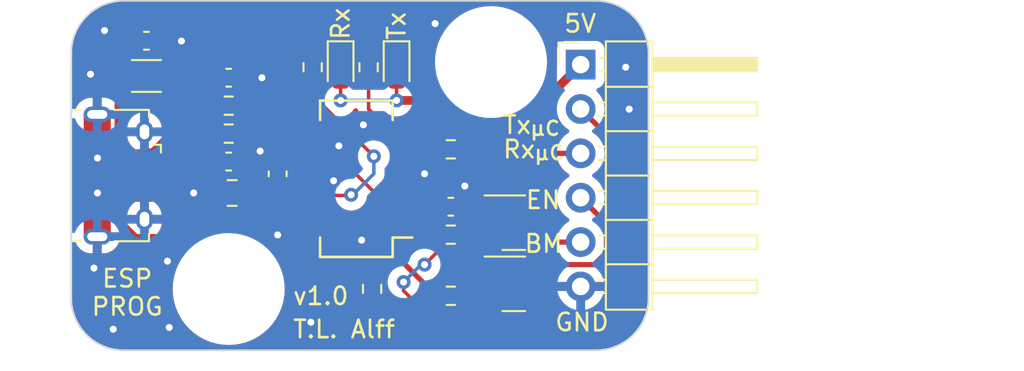
<source format=kicad_pcb>
(kicad_pcb (version 20221018) (generator pcbnew)

  (general
    (thickness 1.6)
  )

  (paper "A4")
  (layers
    (0 "F.Cu" signal)
    (31 "B.Cu" signal)
    (32 "B.Adhes" user "B.Adhesive")
    (33 "F.Adhes" user "F.Adhesive")
    (34 "B.Paste" user)
    (35 "F.Paste" user)
    (36 "B.SilkS" user "B.Silkscreen")
    (37 "F.SilkS" user "F.Silkscreen")
    (38 "B.Mask" user)
    (39 "F.Mask" user)
    (40 "Dwgs.User" user "User.Drawings")
    (41 "Cmts.User" user "User.Comments")
    (42 "Eco1.User" user "User.Eco1")
    (43 "Eco2.User" user "User.Eco2")
    (44 "Edge.Cuts" user)
    (45 "Margin" user)
    (46 "B.CrtYd" user "B.Courtyard")
    (47 "F.CrtYd" user "F.Courtyard")
    (48 "B.Fab" user)
    (49 "F.Fab" user)
    (50 "User.1" user)
    (51 "User.2" user)
    (52 "User.3" user)
    (53 "User.4" user)
    (54 "User.5" user)
    (55 "User.6" user)
    (56 "User.7" user)
    (57 "User.8" user)
    (58 "User.9" user)
  )

  (setup
    (stackup
      (layer "F.SilkS" (type "Top Silk Screen"))
      (layer "F.Paste" (type "Top Solder Paste"))
      (layer "F.Mask" (type "Top Solder Mask") (color "#004FFF99") (thickness 0.01))
      (layer "F.Cu" (type "copper") (thickness 0.035))
      (layer "dielectric 1" (type "core") (color "FR4 natural") (thickness 1.51) (material "FR4") (epsilon_r 4.5) (loss_tangent 0.02))
      (layer "B.Cu" (type "copper") (thickness 0.035))
      (layer "B.Mask" (type "Bottom Solder Mask") (color "#004FFF99") (thickness 0.01))
      (layer "B.Paste" (type "Bottom Solder Paste"))
      (layer "B.SilkS" (type "Bottom Silk Screen"))
      (copper_finish "None")
      (dielectric_constraints no)
    )
    (pad_to_mask_clearance 0)
    (pcbplotparams
      (layerselection 0x00010fc_ffffffff)
      (plot_on_all_layers_selection 0x0000000_00000000)
      (disableapertmacros false)
      (usegerberextensions false)
      (usegerberattributes true)
      (usegerberadvancedattributes true)
      (creategerberjobfile true)
      (dashed_line_dash_ratio 12.000000)
      (dashed_line_gap_ratio 3.000000)
      (svgprecision 6)
      (plotframeref false)
      (viasonmask false)
      (mode 1)
      (useauxorigin false)
      (hpglpennumber 1)
      (hpglpenspeed 20)
      (hpglpendiameter 15.000000)
      (dxfpolygonmode true)
      (dxfimperialunits true)
      (dxfusepcbnewfont true)
      (psnegative false)
      (psa4output false)
      (plotreference true)
      (plotvalue true)
      (plotinvisibletext false)
      (sketchpadsonfab false)
      (subtractmaskfromsilk false)
      (outputformat 1)
      (mirror false)
      (drillshape 1)
      (scaleselection 1)
      (outputdirectory "")
    )
  )

  (net 0 "")
  (net 1 "GND")
  (net 2 "/USB_N")
  (net 3 "/USB_P")
  (net 4 "VBUS")
  (net 5 "Net-(D1-Pad1)")
  (net 6 "Net-(D2-Pad1)")
  (net 7 "Net-(J1-Pad1)")
  (net 8 "unconnected-(J1-Pad4)")
  (net 9 "/TX_MC")
  (net 10 "/RX_MC")
  (net 11 "/EN")
  (net 12 "/BOOT_MODE")
  (net 13 "Net-(Q1-Pad1)")
  (net 14 "/RTS")
  (net 15 "Net-(Q2-Pad1)")
  (net 16 "/DTR")
  (net 17 "/D_N")
  (net 18 "/D_P")
  (net 19 "Net-(R3-Pad1)")
  (net 20 "Net-(R4-Pad1)")
  (net 21 "Net-(R5-Pad1)")
  (net 22 "Net-(R6-Pad1)")
  (net 23 "+3V3")
  (net 24 "unconnected-(U1-Pad5)")
  (net 25 "unconnected-(U1-Pad7)")
  (net 26 "unconnected-(U1-Pad8)")
  (net 27 "unconnected-(U1-Pad9)")
  (net 28 "unconnected-(U1-Pad18)")
  (net 29 "unconnected-(U1-Pad19)")

  (footprint "Connector_PinHeader_2.54mm:PinHeader_1x06_P2.54mm_Horizontal" (layer "F.Cu") (at 64.125 43.65))

  (footprint "LED_SMD:LED_0603_1608Metric" (layer "F.Cu") (at 53.6 43.8 -90))

  (footprint "Resistor_SMD:R_0603_1608Metric" (layer "F.Cu") (at 52 43.8 90))

  (footprint "Package_SO:SSOP-20_3.9x8.7mm_P0.635mm" (layer "F.Cu") (at 51.3 50.185 180))

  (footprint "Resistor_SMD:R_0603_1608Metric" (layer "F.Cu") (at 56.7 48.5))

  (footprint "LED_SMD:LED_0603_1608Metric" (layer "F.Cu") (at 50.4 43.8 -90))

  (footprint "Resistor_SMD:R_0603_1608Metric" (layer "F.Cu") (at 56.7 53.385))

  (footprint "custom:MountingHole_3.2mm_M3_ISO7380" (layer "F.Cu") (at 44 56.5))

  (footprint "Capacitor_SMD:C_0603_1608Metric" (layer "F.Cu") (at 44 49.2))

  (footprint "Capacitor_SMD:C_0805_2012Metric" (layer "F.Cu") (at 44.2 51 180))

  (footprint "Package_TO_SOT_SMD:SOT-23" (layer "F.Cu") (at 60.3 56.2))

  (footprint "Capacitor_SMD:C_0603_1608Metric" (layer "F.Cu") (at 46.8 49.9 90))

  (footprint "Resistor_SMD:R_0603_1608Metric" (layer "F.Cu") (at 44 46))

  (footprint "Resistor_SMD:R_0603_1608Metric" (layer "F.Cu") (at 44 47.6 180))

  (footprint "custom:MountingHole_3.2mm_M3_ISO7380" (layer "F.Cu") (at 59 43.5))

  (footprint "Resistor_SMD:R_0603_1608Metric" (layer "F.Cu") (at 56.7 56.885))

  (footprint "Connector_USB:USB_Micro-B_Amphenol_10118194_Horizontal" (layer "F.Cu") (at 37.785 50 -90))

  (footprint "Package_TO_SOT_SMD:SOT-23" (layer "F.Cu") (at 60.3 52.7))

  (footprint "Resistor_SMD:R_0603_1608Metric" (layer "F.Cu") (at 48.8 43.8 90))

  (footprint "Capacitor_SMD:C_0603_1608Metric" (layer "F.Cu") (at 39.3 42.285))

  (footprint "Inductor_SMD:L_1206_3216Metric" (layer "F.Cu") (at 39.3 44.3 180))

  (footprint "Capacitor_SMD:C_0603_1608Metric" (layer "F.Cu") (at 56.7 51.785 180))

  (footprint "Capacitor_SMD:C_0603_1608Metric" (layer "F.Cu") (at 44 44.4 180))

  (footprint "Resistor_SMD:R_0603_1608Metric" (layer "F.Cu") (at 52.2 56.485 -90))

  (gr_line (start 31 50) (end 89.4 50)
    (stroke (width 0.15) (type solid)) (layer "Dwgs.User") (tstamp 81f2b358-b5aa-49e1-a222-05f4dcd61563))
  (gr_line (start 68 43) (end 68 57)
    (stroke (width 0.1) (type solid)) (layer "Edge.Cuts") (tstamp 27431cda-7e92-4749-87f2-ec84321a9473))
  (gr_arc (start 38 60) (mid 35.87868 59.12132) (end 35 57)
    (stroke (width 0.1) (type solid)) (layer "Edge.Cuts") (tstamp 2b5503a4-e9f4-40a4-ad91-5ae9bf536ed1))
  (gr_line (start 35 43) (end 35 57)
    (stroke (width 0.1) (type solid)) (layer "Edge.Cuts") (tstamp 603f8c16-3c5b-446a-be8c-ef665addf683))
  (gr_arc (start 68 57) (mid 67.12132 59.12132) (end 65 60)
    (stroke (width 0.1) (type solid)) (layer "Edge.Cuts") (tstamp 6c57cf7a-69bd-4efe-b413-ab4dec6dcb8a))
  (gr_line (start 38 40) (end 65 40)
    (stroke (width 0.1) (type solid)) (layer "Edge.Cuts") (tstamp 80f64243-197b-4fcd-9158-b79eb46192cd))
  (gr_arc (start 65 40) (mid 67.12132 40.87868) (end 68 43)
    (stroke (width 0.1) (type solid)) (layer "Edge.Cuts") (tstamp b8913957-a768-4558-baa3-c8dbbbddaee8))
  (gr_arc (start 35 43) (mid 35.87868 40.87868) (end 38 40)
    (stroke (width 0.1) (type solid)) (layer "Edge.Cuts") (tstamp eaf11904-7e32-4820-88f9-a2d48093e2b5))
  (gr_line (start 65 60) (end 38 60)
    (stroke (width 0.1) (type solid)) (layer "Edge.Cuts") (tstamp f344409d-1545-43da-8254-b12663cf5d3c))
  (gr_text "T.L. Alff" (at 47.6 58.8) (layer "F.SilkS") (tstamp 1fc22836-075f-4735-a804-c6086a10f526)
    (effects (font (size 1 1) (thickness 0.15)) (justify left))
  )
  (gr_text "Tx" (at 53.6 42.315 90) (layer "F.SilkS") (tstamp 4b2f2cf3-7bfa-4d20-96c4-5491abcaebdf)
    (effects (font (size 1 1) (thickness 0.15)) (justify left))
  )
  (gr_text "BM" (at 62 53.9) (layer "F.SilkS") (tstamp 51b4fd13-06e4-4f4f-85a1-fd39ef04a804)
    (effects (font (size 1 1) (thickness 0.15)))
  )
  (gr_text "Rx_{µC}" (at 59.6 48.5) (layer "F.SilkS") (tstamp 55f57bde-59fc-4c44-933b-183c9547bfc7)
    (effects (font (size 1 1) (thickness 0.15)) (justify left))
  )
  (gr_text "v1.0" (at 47.6 56.9) (layer "F.SilkS") (tstamp 66e18828-bc23-4ac1-b5a4-80a5a6486544)
    (effects (font (size 1 1) (thickness 0.15)) (justify left))
  )
  (gr_text "ESP\nPROG" (at 38.2 56.7) (layer "F.SilkS") (tstamp 6ebf0eee-e543-4ba1-845e-ff7424e2c9b7)
    (effects (font (size 1 1) (thickness 0.15)))
  )
  (gr_text "EN" (at 60.9 51.4) (layer "F.SilkS") (tstamp 721f2782-68d3-4154-89ec-a5902affc583)
    (effects (font (size 1 1) (thickness 0.15)) (justify left))
  )
  (gr_text "Rx" (at 50.4 42.315 90) (layer "F.SilkS") (tstamp 82fcf797-8f9a-42b8-9f29-4818637fb92d)
    (effects (font (size 1 1) (thickness 0.15)) (justify left))
  )
  (gr_text "Tx_{µC}" (at 59.6 47.1) (layer "F.SilkS") (tstamp a59a6e08-c2e9-450f-ad9c-1026aaffa07d)
    (effects (font (size 1 1) (thickness 0.15)) (justify left))
  )
  (gr_text "5V" (at 64.1 41.3) (layer "F.SilkS") (tstamp b44aaaa8-fa14-4db4-8c6d-8fe8c0fa3852)
    (effects (font (size 1 1) (thickness 0.15)))
  )
  (gr_text "GND" (at 64.2 58.4) (layer "F.SilkS") (tstamp bf4cd8a0-c25a-4ea0-bab0-621b8bea8a9f)
    (effects (font (size 1 1) (thickness 0.15)))
  )

  (segment (start 57.475 51.785) (end 57.475 50.625) (width 0.2) (layer "F.Cu") (net 1) (tstamp 0a34b3c5-f9c8-4330-bccb-3fc65ac71018))
  (segment (start 41.285 42.285) (end 41.3 42.3) (width 0.5) (layer "F.Cu") (net 1) (tstamp 0d5b9938-c6f6-400c-b9cb-cc77320a8e0d))
  (segment (start 44.775 49.2) (end 45.2 49.2) (width 0.2) (layer "F.Cu") (net 1) (tstamp 0f288d9c-882e-4887-a269-38f03d964870))
  (segment (start 45.2 49.2) (end 45.8 48.6) (width 0.2) (layer "F.Cu") (net 1) (tstamp 1f65e501-aef6-446b-86de-8a079fa2bea9))
  (segment (start 50 50.3) (end 49.7975 50.5025) (width 0.2) (layer "F.Cu") (net 1) (tstamp 2e859f5c-9c99-4d84-9213-6058ddc48012))
  (segment (start 46.8 49.125) (end 46.325 49.125) (width 0.2) (layer "F.Cu") (net 1) (tstamp 3605617d-a2f3-4bd9-b1ae-3a4853743678))
  (segment (start 43.25 51) (end 42 51) (width 0.2) (layer "F.Cu") (net 1) (tstamp 36d3751c-19b0-4934-a041-06834caa0c8d))
  (segment (start 40.075 42.285) (end 41.285 42.285) (width 0.5) (layer "F.Cu") (net 1) (tstamp b12ddb95-6b10-426b-987a-ea88d5ae4712))
  (segment (start 53.9 49.8675) (end 55.1675 49.8675) (width 0.2) (layer "F.Cu") (net 1) (tstamp ca239135-6b9a-4a14-916d-03ca8f187472))
  (segment (start 46.325 49.125) (end 45.8 48.6) (width 0.2) (layer "F.Cu") (net 1) (tstamp d7b852a4-ef99-41da-9f5d-a13c82f4617c))
  (segment (start 57.475 50.625) (end 57.5 50.6) (width 0.2) (layer "F.Cu") (net 1) (tstamp dff81df4-1557-4c7d-9a1b-113397fadd57))
  (segment (start 49.7975 50.5025) (end 48.7 50.5025) (width 0.2) (layer "F.Cu") (net 1) (tstamp e208ecbe-4c62-4d16-911b-5d3edd2602aa))
  (segment (start 55.1675 49.8675) (end 55.2 49.9) (width 0.2) (layer "F.Cu") (net 1) (tstamp e286e184-e445-4403-b5f8-261684573ebd))
  (segment (start 44.775 44.4) (end 45.9 44.4) (width 0.2) (layer "F.Cu") (net 1) (tstamp ec5d775b-dbab-4616-aa79-7f347a6c01ec))
  (segment (start 39.185 51.3) (end 39.185 52.5) (width 0.2) (layer "F.Cu") (net 1) (tstamp fbeef6d3-efe5-4327-b2b6-eced31d63278))
  (via (at 36.5 51) (size 0.8) (drill 0.4) (layers "F.Cu" "B.Cu") (net 1) (tstamp 042e5376-68fb-4347-9153-6d3169721ce4))
  (via (at 66.7 43.8) (size 0.8) (drill 0.4) (layers "F.Cu" "B.Cu") (free) (net 1) (tstamp 06a58aaf-41c6-43f6-a505-d3e79cfb2020))
  (via (at 40.6 58.7) (size 0.8) (drill 0.4) (layers "F.Cu" "B.Cu") (free) (net 1) (tstamp 149b572f-b6a7-4963-b000-69475744246b))
  (via (at 36.9 41.7) (size 0.8) (drill 0.4) (layers "F.Cu" "B.Cu") (free) (net 1) (tstamp 295d5333-c667-4228-a18e-99d1a2fd3f90))
  (via (at 42 51) (size 0.8) (drill 0.4) (layers "F.Cu" "B.Cu") (net 1) (tstamp 2f1a4af6-63e6-4daa-8707-0c0c984810fa))
  (via (at 50.3 48.3) (size 0.8) (drill 0.4) (layers "F.Cu" "B.Cu") (free) (net 1) (tstamp 39392bc7-45ae-45f4-b1e8-caba0db8f158))
  (via (at 57.5 50.6) (size 0.8) (drill 0.4) (layers "F.Cu" "B.Cu") (net 1) (tstamp 43cf9ace-fa38-463d-8d16-ee792d8b3324))
  (via (at 37.4 58.8) (size 0.8) (drill 0.4) (layers "F.Cu" "B.Cu") (free) (net 1) (tstamp 6dc38fad-47bf-49b0-bd7c-7b1ca730b4d7))
  (via (at 46.8 53.4) (size 0.8) (drill 0.4) (layers "F.Cu" "B.Cu") (free) (net 1) (tstamp 7a830da2-3bf7-402b-b4c3-ea90226aa584))
  (via (at 36.5 49) (size 0.8) (drill 0.4) (layers "F.Cu" "B.Cu") (net 1) (tstamp 7df1bbeb-2c56-4587-9e2c-09294566b001))
  (via (at 51.7 47.1) (size 0.8) (drill 0.4) (layers "F.Cu" "B.Cu") (free) (net 1) (tstamp 87f3a91f-e73e-4fcb-8766-28beb73a53d2))
  (via (at 55.2 49.9) (size 0.8) (drill 0.4) (layers "F.Cu" "B.Cu") (net 1) (tstamp 8fcf03e2-b423-450c-b5ac-ff090a563b87))
  (via (at 48.7 58.4) (size 0.8) (drill 0.4) (layers "F.Cu" "B.Cu") (free) (net 1) (tstamp 943991dd-06ee-4dc3-9482-3d127ff6a472))
  (via (at 40.5 54.9) (size 0.8) (drill 0.4) (layers "F.Cu" "B.Cu") (free) (net 1) (tstamp 97593401-170b-40bf-9850-6e2b75255c7a))
  (via (at 45.9 44.4) (size 0.8) (drill 0.4) (layers "F.Cu" "B.Cu") (net 1) (tstamp 9a6451d3-5b35-4abe-a745-3fb47473c878))
  (via (at 36.1 44.2) (size 0.8) (drill 0.4) (layers "F.Cu" "B.Cu") (free) (net 1) (tstamp b7186880-417c-47e4-8a7f-55c50d0a9f6f))
  (via (at 45.8 48.6) (size 0.8) (drill 0.4) (layers "F.Cu" "B.Cu") (net 1) (tstamp c2d5ab0e-68fb-4ab2-ab25-3475fc82f126))
  (via (at 36.3 55.3) (size 0.8) (drill 0.4) (layers "F.Cu" "B.Cu") (free) (net 1) (tstamp c8e73e30-c24c-4fab-b590-787bcb39950e))
  (via (at 41.3 42.3) (size 0.8) (drill 0.4) (layers "F.Cu" "B.Cu") (net 1) (tstamp ca8ab08c-d22c-4f0d-a4c7-531b1aa57f69))
  (via (at 51.6 53.7) (size 0.8) (drill 0.4) (layers "F.Cu" "B.Cu") (free) (net 1) (tstamp cbaaa0d0-e177-4b81-af90-df60500c54b2))
  (via (at 66.9 46.2) (size 0.8) (drill 0.4) (layers "F.Cu" "B.Cu") (free) (net 1) (tstamp e49bac89-3d30-4249-bebc-12dbf59191f8))
  (via (at 50 50.3) (size 0.8) (drill 0.4) (layers "F.Cu" "B.Cu") (net 1) (tstamp e8bc3baa-1a1c-4b21-9179-575ceba2aa0f))
  (via (at 39.185 52.5) (size 0.8) (drill 0.4) (layers "F.Cu" "B.Cu") (net 1) (tstamp f0f258d0-2e00-4d49-8255-ef6ed791d811))
  (via (at 55.8 41.3) (size 0.8) (drill 0.4) (layers "F.Cu" "B.Cu") (free) (net 1) (tstamp f4ce2a1b-c5ee-48dd-9786-052cf2d54991))
  (segment (start 43.175 46.235) (end 43.175 46) (width 0.2) (layer "F.Cu") (net 2) (tstamp 0afabe35-d393-49bb-882a-1db22436049c))
  (segment (start 40.06 49.35) (end 43.175 46.235) (width 0.2) (layer "F.Cu") (net 2) (tstamp 1c396060-1856-405d-9976-4a2a15e14cb5))
  (segment (start 43.175 46) (end 43.175 44.45) (width 0.2) (layer "F.Cu") (net 2) (tstamp b3c240da-3afb-45db-85ab-bfdd357b8fd8))
  (segment (start 39.185 49.35) (end 40.06 49.35) (width 0.2) (layer "F.Cu") (net 2) (tstamp c11afcd7-3a0d-4709-a4a4-32c9c3e05867))
  (segment (start 43.175 44.45) (end 43.225 44.4) (width 0.2) (layer "F.Cu") (net 2) (tstamp e8cc7528-aa24-4f9b-8d35-6d4a7ec29dff))
  (segment (start 41.2 50.3) (end 41.2 50.50859) (width 0.2) (layer "F.Cu") (net 3) (tstamp 04eb2417-c68e-4399-aa03-439375c06abb))
  (segment (start 40.6 50.50859) (end 40.6 50.3) (width 0.2) (layer "F.Cu") (net 3) (tstamp 4976dead-ff7b-4b5d-a0bb-d3cb5c233fe4))
  (segment (start 42.425 50) (end 41.5 50) (width 0.2) (layer "F.Cu") (net 3) (tstamp 538cb658-6b0a-418d-9b6e-271a97298945))
  (segment (start 40.3 50) (end 39.185 50) (width 0.2) (layer "F.Cu") (net 3) (tstamp 5982de7f-986b-4e6f-8b19-e8a851ea31f0))
  (segment (start 43.225 47.65) (end 43.175 47.6) (width 0.2) (layer "F.Cu") (net 3) (tstamp 91158b5e-b440-41bf-9880-b8b4cb3f4e9b))
  (segment (start 43.225 49.2) (end 43.225 47.65) (width 0.2) (layer "F.Cu") (net 3) (tstamp d649a45d-0af4-4baa-b66a-b346075095a1))
  (segment (start 43.225 49.2) (end 42.425 50) (width 0.2) (layer "F.Cu") (net 3) (tstamp ee803bac-4166-4b0c-b79a-cf1dc0d6a1f9))
  (arc (start 41.5 50) (mid 41.287868 50.087868) (end 41.2 50.3) (width 0.2) (layer "F.Cu") (net 3) (tstamp 2dbeaaf7-daf7-40d4-afe0-de70d885b2d0))
  (arc (start 41.2 50.50859) (mid 41.112132 50.720722) (end 40.9 50.80859) (width 0.2) (layer "F.Cu") (net 3) (tstamp dd8a3585-df65-47c9-a351-a112f5207bea))
  (arc (start 40.9 50.80859) (mid 40.687868 50.720722) (end 40.6 50.50859) (width 0.2) (layer "F.Cu") (net 3) (tstamp f3cedc59-8412-4486-9405-1d081df2d564))
  (arc (start 40.6 50.3) (mid 40.512132 50.087868) (end 40.3 50) (width 0.2) (layer "F.Cu") (net 3) (tstamp f952ceb3-e98e-4894-89b6-c8b6de2a8281))
  (segment (start 55.3 42.4) (end 55.3 45.175) (width 0.5) (layer "F.Cu") (net 4) (tstamp 083edc35-4758-4c4c-a384-61ea04f5614f))
  (segment (start 45.475 50.675) (end 45.15 51) (width 0.2) (layer "F.Cu") (net 4) (tstamp 0b0df63f-b82a-4194-b68b-9980cc7db09d))
  (segment (start 37.725 52.661574) (end 38.663426 53.6) (width 0.5) (layer "F.Cu") (net 4) (tstamp 13ddbd7c-ebb1-4965-98be-8af2abbc17f0))
  (segment (start 43.65 52.5) (end 45.15 51) (width 0.5) (layer "F.Cu") (net 4) (tstamp 1a87dbc1-7e09-4257-bbbe-7d8f4d07835f))
  (segment (start 37.725 44.385) (end 37.725 43.085) (width 0.5) (layer "F.Cu") (net 4) (tstamp 1e133b6e-a01c-4e4d-84df-2a1ace28d301))
  (segment (start 38.663426 53.6) (end 41.4 53.6) (width 0.5) (layer "F.Cu") (net 4) (tstamp 29d7e642-e5a0-4815-92cc-6aa73192d7eb))
  (segment (start 50.4 44.5875) (end 50.4 45.7) (width 0.2) (layer "F.Cu") (net 4) (tstamp 37df50ba-bdc1-4062-af53-46523cee3d8f))
  (segment (start 41.4 53.6) (end 42.5 52.5) (width 0.5) (layer "F.Cu") (net 4) (tstamp 420b4e6c-4529-4dfe-8b12-6743bfe7d598))
  (segment (start 55.3 45.2) (end 54.8 45.7) (width 0.5) (layer "F.Cu") (net 4) (tstamp 45086bd8-7def-4309-aadc-f0400c48a5de))
  (segment (start 37.725 43.085) (end 38.525 42.285) (width 0.5) (layer "F.Cu") (net 4) (tstamp 58ec890c-de72-429b-befa-99656cb904b9))
  (segment (start 38.8 41.2) (end 54.1 41.2) (width 0.5) (layer "F.Cu") (net 4) (tstamp 5cc50584-d119-4ea9-9397-81ab4265665a))
  (segment (start 46.8 50.675) (end 45.475 50.675) (width 0.2) (layer "F.Cu") (net 4) (tstamp 73f659ec-9491-4f12-9405-86391f97c83f))
  (segment (start 53.6 44.5875) (end 53.6 45.7) (width 0.2) (layer "F.Cu") (net 4) (tstamp 8cf0d635-1e2f-4ccc-ba05-437eba363eff))
  (segment (start 37.725 44.385) (end 37.725 52.661574) (width 0.5) (layer "F.Cu") (net 4) (tstamp 961d45cd-4f27-41a7-9601-a3d18cb1f49e))
  (segment (start 54.1 41.2) (end 55.3 42.4) (width 0.5) (layer "F.Cu") (net 4) (tstamp a266ffa1-a24e-4d3c-814b-d0e5764d3a5f))
  (segment (start 47.6075 49.8675) (end 48.7 49.8675) (width 0.2) (layer "F.Cu") (net 4) (tstamp a674589e-aa38-440e-9634-45ba15ef66cb))
  (segment (start 38.525 41.475) (end 38.8 41.2) (width 0.5) (layer "F.Cu") (net 4) (tstamp abedf8a9-be80-4dac-be89-e3482749b49a))
  (segment (start 57.325 47.2) (end 60.575 47.2) (width 0.5) (layer "F.Cu") (net 4) (tstamp b262c6f8-b554-493f-8d44-f53b578da8e5))
  (segment (start 42.5 52.5) (end 43.65 52.5) (width 0.5) (layer "F.Cu") (net 4) (tstamp bf4f4736-f47d-4eec-8ee0-1d0db025fc78))
  (segment (start 55.3 45.175) (end 55.3 45.2) (width 0.5) (layer "F.Cu") (net 4) (tstamp da60c492-e493-44d4-8678-0d1e97eb3160))
  (segment (start 60.575 47.2) (end 64.125 43.65) (width 0.5) (layer "F.Cu") (net 4) (tstamp dedcb3df-50a3-47d3-bc41-4ebc0ec6de16))
  (segment (start 55.3 45.175) (end 57.325 47.2) (width 0.5) (layer "F.Cu") (net 4) (tstamp e7cee955-9c1f-438d-8c75-17bbeda67358))
  (segment (start 38.525 42.285) (end 38.525 41.475) (width 0.5) (layer "F.Cu") (net 4) (tstamp e86b25a2-cd46-44dc-afbd-a16887239b8c))
  (segment (start 54.8 45.7) (end 53.6 45.7) (width 0.5) (layer "F.Cu") (net 4) (tstamp ee208168-85db-4512-ba1d-d495c09d882d))
  (segment (start 46.8 50.675) (end 47.6075 49.8675) (width 0.2) (layer "F.Cu") (net 4) (tstamp f035bb27-a5c2-41bb-9867-83888483a51e))
  (via (at 50.4 45.7) (size 0.8) (drill 0.4) (layers "F.Cu" "B.Cu") (net 4) (tstamp 6bd3dcc8-dd57-4777-b408-8f617319fd40))
  (via (at 53.6 45.7) (size 0.8) (drill 0.4) (layers "F.Cu" "B.Cu") (net 4) (tstamp 76b1b2e0-a4b0-445e-9061-e9cdec83c880))
  (segment (start 53.6 45.7) (end 50.4 45.7) (width 0.2) (layer "B.Cu") (net 4) (tstamp 17cf669c-16f3-49ea-82cf-f559c37e7cca))
  (segment (start 53.5625 42.975) (end 53.6 43.0125) (width 0.2) (layer "F.Cu") (net 5) (tstamp 4905c426-1db3-4eb6-8129-e67064e1d2bc))
  (segment (start 52 42.975) (end 53.5625 42.975) (width 0.2) (layer "F.Cu") (net 5) (tstamp 4ed8d774-4c32-4006-9790-e4f87a7eda62))
  (segment (start 50.3625 42.975) (end 50.4 43.0125) (width 0.2) (layer "F.Cu") (net 6) (tstamp 79971785-ab85-48a7-9bde-1daebd9f8b45))
  (segment (start 48.8 42.975) (end 50.3625 42.975) (width 0.2) (layer "F.Cu") (net 6) (tstamp f36e469d-d7e4-4ca5-94d7-5c2984827b5e))
  (segment (start 40.875 47.485) (end 40.875 44.385) (width 0.5) (layer "F.Cu") (net 7) (tstamp 04fd6038-d537-4f83-81a7-8f02d861a9ec))
  (segment (start 39.185 48.7) (end 39.66 48.7) (width 0.5) (layer "F.Cu") (net 7) (tstamp 1ab3fb2e-7534-4b50-b6d9-08353da49ddc))
  (segment (start 39.66 48.7) (end 40.875 47.485) (width 0.5) (layer "F.Cu") (net 7) (tstamp 6dab653d-9b9b-4402-8def-b5bf9d97e86a))
  (segment (start 52.2 57.31) (end 53.29 58.4) (width 0.3) (layer "F.Cu") (net 9) (tstamp 34a4daaf-20c4-411e-8455-cc787348d94a))
  (segment (start 64.9 58.4) (end 66.4 56.9) (width 0.3) (layer "F.Cu") (net 9) (tstamp 5af3e908-2575-4af7-b011-c73e0c25f5fb))
  (segment (start 66.4 48.465) (end 64.125 46.19) (width 0.3) (layer "F.Cu") (net 9) (tstamp c9380715-de87-482e-b28e-a6c0adb7ffd4))
  (segment (start 53.29 58.4) (end 64.9 58.4) (width 0.3) (layer "F.Cu") (net 9) (tstamp cf36a66b-f889-4bd7-a81d-13889757bcb6))
  (segment (start 66.4 56.9) (end 66.4 48.465) (width 0.3) (layer "F.Cu") (net 9) (tstamp f9825a7d-94a5-48cc-ac03-70755a8c19ea))
  (segment (start 57.755 48.73) (end 64.125 48.73) (width 0.3) (layer "F.Cu") (net 10) (tstamp a97e7324-1f72-47dd-8299-ef8345c2d7e7))
  (segment (start 57.525 48.5) (end 57.755 48.73) (width 0.3) (layer "F.Cu") (net 10) (tstamp d6f33c10-a7fe-456a-9abe-f9628d5ab0ec))
  (segment (start 65.6 52.745) (end 64.125 51.27) (width 0.3) (layer "F.Cu") (net 11) (tstamp 0f232b4b-d281-4ea4-8a00-6c99c2b9d4ea))
  (segment (start 65.6 54.4) (end 65.6 52.745) (width 0.3) (layer "F.Cu") (net 11) (tstamp 26e03dcc-30a7-4234-94b5-13b20b5c6e8e))
  (segment (start 61.2375 56.2) (end 62.3375 55.1) (width 0.3) (layer "F.Cu") (net 11) (tstamp 35333c64-72ff-4b01-8c17-fa862b96006a))
  (segment (start 64.9 55.1) (end 65.6 54.4) (width 0.3) (layer "F.Cu") (net 11) (tstamp 3cfe5e5f-1e53-4c2b-91a5-5992f3f265ef))
  (segment (start 62.3375 55.1) (end 64.9 55.1) (width 0.3) (layer "F.Cu") (net 11) (tstamp b90f1f44-5013-4ea5-be3b-b9424dfa5a00))
  (segment (start 59.3625 53.65) (end 59.5225 53.81) (width 0.3) (layer "F.Cu") (net 12) (tstamp 186096e8-f350-4549-a7c4-0b0cdf28a9d0))
  (segment (start 59.5225 53.81) (end 64.125 53.81) (width 0.3) (layer "F.Cu") (net 12) (tstamp a7989b28-defc-42a6-ae9d-f1352ea447e9))
  (segment (start 57.525 56.885) (end 57.7275 56.885) (width 0.3) (layer "F.Cu") (net 13) (tstamp 22d55bc3-bea1-4421-9d11-cdf04946b765))
  (segment (start 57.7275 56.885) (end 59.3625 55.25) (width 0.3) (layer "F.Cu") (net 13) (tstamp 4433b2a7-7ece-4b1d-9768-fb4650844352))
  (segment (start 55.875 53.385) (end 55.875 54.425) (width 0.2) (layer "F.Cu") (net 14) (tstamp 036bc95b-8c65-4dbb-9f3e-62a231d56da8))
  (segment (start 54.8975 52.4075) (end 55.875 53.385) (width 0.3) (layer "F.Cu") (net 14) (tstamp 277fc9a7-9afe-4d94-a373-f3fbd5a6e744))
  (segment (start 54 56.1) (end 54 56.6) (width 0.2) (layer "F.Cu") (net 14) (tstamp 5c3ebd21-afbf-4e33-ac22-9fa3e3e63dbd))
  (segment (start 55.875 54.425) (end 55.2 55.1) (width 0.2) (layer "F.Cu") (net 14) (tstamp 62341f2d-4e43-4c18-962d-b5d7f3605e40))
  (segment (start 54 56.6) (end 55.2 57.8) (width 0.2) (layer "F.Cu") (net 14) (tstamp 68289d9f-b0ac-4067-8c43-59b71b15f40f))
  (segment (start 55.2 57.8) (end 58.7125 57.8) (width 0.2) (layer "F.Cu") (net 14) (tstamp 8f740e69-a790-4e24-a3a6-0fb7f4a81cee))
  (segment (start 58.7125 57.8) (end 59.3625 57.15) (width 0.2) (layer "F.Cu") (net 14) (tstamp deb30be9-0b2e-451d-b704-df648e0e9774))
  (segment (start 53.9 52.4075) (end 54.8975 52.4075) (width 0.3) (layer "F.Cu") (net 14) (tstamp e7a17e55-c6fe-4b15-8aca-e5c150eec2a2))
  (via (at 54 56.1) (size 0.8) (drill 0.4) (layers "F.Cu" "B.Cu") (net 14) (tstamp 91af9b5c-02a4-4cce-88d6-3223b7cc51e0))
  (via (at 55.2 55.1) (size 0.8) (drill 0.4) (layers "F.Cu" "B.Cu") (net 14) (tstamp 952b177c-3f5b-4c94-951e-5a0bd9998ea9))
  (segment (start 55.2 55.1) (end 55 55.1) (width 0.2) (layer "B.Cu") (net 14) (tstamp 29e16b1a-837e-4e9e-8b94-e017ef0e7801))
  (segment (start 55 55.1) (end 54 56.1) (width 0.2) (layer "B.Cu") (net 14) (tstamp 452b3ff2-d5fb-480d-b431-a3ace771c744))
  (segment (start 58.95 51.75) (end 59.3625 51.75) (width 0.3) (layer "F.Cu") (net 15) (tstamp 10dd7366-77f4-457d-a65f-e354d0c65d02))
  (segment (start 57.525 53.385) (end 57.525 53.175) (width 0.3) (layer "F.Cu") (net 15) (tstamp 44826000-ad0c-4751-b9ad-a8d0a96bb739))
  (segment (start 57.525 53.175) (end 58.95 51.75) (width 0.3) (layer "F.Cu") (net 15) (tstamp 7cca90e6-0646-4a06-a95c-dcfcaceb6221))
  (segment (start 53.9 53.0425) (end 53.9 54.91) (width 0.3) (layer "F.Cu") (net 16) (tstamp 04beedef-851e-4f51-8b4e-ad4192c10d9d))
  (segment (start 61.2375 52.7) (end 58.938604 52.7) (width 0.2) (layer "F.Cu") (net 16) (tstamp 5be75d6d-62a4-4e97-b6a3-47660b7cf1f3))
  (segment (start 58.225 54.535) (end 55.875 56.885) (width 0.2) (layer "F.Cu") (net 16) (tstamp 6fa9204e-6052-4e77-a03f-6736a89c2ed2))
  (segment (start 53.9 54.91) (end 55.875 56.885) (width 0.3) (layer "F.Cu") (net 16) (tstamp 71024c00-6903-4aa3-98c6-dba4d532b041))
  (segment (start 58.225 53.413604) (end 58.225 54.535) (width 0.2) (layer "F.Cu") (net 16) (tstamp 81cc16d9-2091-4d3a-b6bd-f00708fe1a2a))
  (segment (start 58.938604 52.7) (end 58.225 53.413604) (width 0.2) (layer "F.Cu") (net 16) (tstamp d9fc460b-1c9e-4faf-85e8-2ecfb29b819c))
  (segment (start 44.825 46) (end 45.525 45.3) (width 0.2) (layer "F.Cu") (net 17) (tstamp 12a2b12c-89a2-440c-8cfb-7b9f215b1b00))
  (segment (start 48.0725 45.3) (end 49.6 46.8275) (width 0.2) (layer "F.Cu") (net 17) (tstamp 135c1aeb-1a75-4210-a96d-88e7cbb03526))
  (segment (start 49.6 46.8275) (end 49.6 47.7) (width 0.2) (layer "F.Cu") (net 17) (tstamp 191f904b-2d37-4c74-8ed9-eda67a006cff))
  (segment (start 49.3375 47.9625) (end 48.7 47.9625) (width 0.2) (layer "F.Cu") (net 17) (tstamp 64cec016-7a17-4302-93d4-3bd791d95a03))
  (segment (start 45.525 45.3) (end 48.0725 45.3) (width 0.2) (layer "F.Cu") (net 17) (tstamp ef948ad0-3f07-4c21-8393-6a157ab5b7c5))
  (segment (start 49.6 47.7) (end 49.3375 47.9625) (width 0.2) (layer "F.Cu") (net 17) (tstamp fdf4e071-b7de-4758-a019-15b8daccf16c))
  (segment (start 46.1275 46.0275) (end 46.1275 47.0275) (width 0.2) (layer "F.Cu") (net 18) (tstamp 1d22ad2e-7c3d-4280-b71f-96cd50e00b32))
  (segment (start 47.2275 47.0275) (end 47.2275 46.902507) (width 0.2) (layer "F.Cu") (net 18) (tstamp 2c7f5bfd-dc06-4d9d-8a2b-a2ace03295ea))
  (segment (start 46.4275 47.3275) (end 46.9275 47.3275) (width 0.2) (layer "F.Cu") (net 18) (tstamp 3e3242e1-ec46-4b73-93ec-c885b343f4f6))
  (segment (start 44.825 47.6) (end 45.0975 47.3275) (width 0.2) (layer "F.Cu") (net 18) (tstamp 5344e153-ad9c-4bdb-83d2-7d8441e79a85))
  (segment (start 47.8275 46.902507) (end 47.8275 47.0275) (width 0.2) (layer "F.Cu") (net 18) (tstamp b9c6f1c2-456b-4361-ad97-e52fc197739b))
  (segment (start 45.5275 47.0275) (end 45.5275 46.0275) (width 0.2) (layer "F.Cu") (net 18) (tstamp c246b2cc-bdaa-416c-b471-a428be7e33c1))
  (segment (start 48.1775 47.3275) (end 48.7 47.3275) (width 0.2) (layer "F.Cu") (net 18) (tstamp eda1c25a-6780-4817-bbdf-d4e962d8e1b2))
  (segment (start 48.1275 47.3275) (end 48.1775 47.3275) (width 0.2) (layer "F.Cu") (net 18) (tstamp f93a3728-c355-4773-92fe-39a7eafdff5c))
  (segment (start 45.0975 47.3275) (end 45.2275 47.3275) (width 0.2) (layer "F.Cu") (net 18) (tstamp fc9d9deb-95cd-4b39-a277-4ce907859af8))
  (arc (start 45.5275 46.0275) (mid 45.615368 45.815368) (end 45.8275 45.7275) (width 0.2) (layer "F.Cu") (net 18) (tstamp 16892609-5f52-46fb-9855-158d6506e23a))
  (arc (start 47.2275 46.902507) (mid 47.315368 46.690375) (end 47.5275 46.602507) (width 0.2) (layer "F.Cu") (net 18) (tstamp 787a13b1-caba-4f78-a884-1f9b9b947f54))
  (arc (start 46.9275 47.3275) (mid 47.139632 47.239632) (end 47.2275 47.0275) (width 0.2) (layer "F.Cu") (net 18) (tstamp 831eff68-2bd8-45cf-9416-ee6d4d09dc20))
  (arc (start 45.2275 47.3275) (mid 45.439632 47.239632) (end 45.5275 47.0275) (width 0.2) (layer "F.Cu") (net 18) (tstamp 8ce12151-fdbe-4d39-9f4d-57a003cbc2c7))
  (arc (start 47.5275 46.602507) (mid 47.739632 46.690375) (end 47.8275 46.902507) (width 0.2) (layer "F.Cu") (net 18) (tstamp 8d500a55-2ca8-4681-a7f2-58aca4196d14))
  (arc (start 45.8275 45.7275) (mid 46.039632 45.815368) (end 46.1275 46.0275) (width 0.2) (layer "F.Cu") (net 18) (tstamp 8fa31652-1bbd-4c14-ae13-6a2ce2f20f07))
  (arc (start 47.8275 47.0275) (mid 47.915368 47.239632) (end 48.1275 47.3275) (width 0.2) (layer "F.Cu") (net 18) (tstamp b7fd503e-f1c7-4f5e-aed2-cea50f6ab158))
  (arc (start 46.1275 47.0275) (mid 46.215368 47.239632) (end 46.4275 47.3275) (width 0.2) (layer "F.Cu") (net 18) (tstamp d6b3ed2f-fefe-4d1a-87d8-ee0d843656fe))
  (segment (start 52 46.2) (end 53.1275 47.3275) (width 0.2) (layer "F.Cu") (net 19) (tstamp 05f54556-8d60-4a90-8e7f-82afe5cb9c67))
  (segment (start 53.1275 47.3275) (end 53.9 47.3275) (width 0.2) (layer "F.Cu") (net 19) (tstamp 647ac840-0b72-41c5-bcb2-76f6c8edf9c3))
  (segment (start 52 44.625) (end 52 46.2) (width 0.2) (layer "F.Cu") (net 19) (tstamp 66e5abde-6655-43de-a71b-d25dfa2ce34f))
  (segment (start 52.06 55.66) (end 52.2 55.66) (width 0.3) (layer "F.Cu") (net 20) (tstamp 4214d142-1765-4b7b-817f-01ffa7079578))
  (segment (start 48.7 53.0425) (end 49.4425 53.0425) (width 0.3) (layer "F.Cu") (net 20) (tstamp 698c582d-9902-4a7a-8c4b-137d87fac48b))
  (segment (start 49.4425 53.0425) (end 52.06 55.66) (width 0.3) (layer "F.Cu") (net 20) (tstamp d0f055fe-9455-4242-ba26-bd0c65fe15f3))
  (segment (start 55.023161 51.1375) (end 56.2 49.960661) (width 0.3) (layer "F.Cu") (net 21) (tstamp 1f28bd79-eb16-45fc-8b7f-bec9ce533671))
  (segment (start 53.9 51.1375) (end 55.023161 51.1375) (width 0.3) (layer "F.Cu") (net 21) (tstamp a89ac5c4-3a55-4fe2-b352-64b1da9f0aa2))
  (segment (start 56.2 48.825) (end 55.875 48.5) (width 0.3) (layer "F.Cu") (net 21) (tstamp c5454ebb-0bf7-4576-b8b8-bfaaa2a2ecc1))
  (segment (start 56.2 49.960661) (end 56.2 48.825) (width 0.3) (layer "F.Cu") (net 21) (tstamp ca7233c0-f802-4f2c-a2fe-b23cad84aea6))
  (segment (start 48.8 45.4) (end 52.3 48.9) (width 0.2) (layer "F.Cu") (net 22) (tstamp 41dcb923-d1fd-435a-973b-7593aec10576))
  (segment (start 50.9625 51.1375) (end 48.7 51.1375) (width 0.2) (layer "F.Cu") (net 22) (tstamp 4b4bf29a-b833-420e-ac00-3ec08ec070a9))
  (segment (start 48.8 44.625) (end 48.8 45.4) (width 0.2) (layer "F.Cu") (net 22) (tstamp 71074a4d-cd2f-4196-b61d-fe8d2ec92062))
  (segment (start 51 51.1) (end 50.9625 51.1375) (width 0.2) (layer "F.Cu") (net 22) (tstamp e00266c6-1f63-4f82-be13-50720558c818))
  (via (at 51 51.1) (size 0.8) (drill 0.4) (layers "F.Cu" "B.Cu") (net 22) (tstamp 58bcf142-30a8-43ff-98de-a47d46d757eb))
  (via (at 52.3 48.9) (size 0.8) (drill 0.4) (layers "F.Cu" "B.Cu") (net 22) (tstamp 8b334a7d-e490-47d7-a1fe-182f96d0f346))
  (segment (start 51.1 51.1) (end 52.3 49.9) (width 0.2) (layer "B.Cu") (net 22) (tstamp 46ff572a-ffe9-4219-88b0-594d37244f79))
  (segment (start 52.3 49.9) (end 52.3 48.9) (width 0.2) (layer "B.Cu") (net 22) (tstamp 783428c6-0e23-411c-bd3e-e64b10248212))
  (segment (start 51 51.1) (end 51.1 51.1) (width 0.2) (layer "B.Cu") (net 22) (tstamp 9e0b2511-aa17-4ea9-81a8-c5a9b077335c))
  (segment (start 50.595 49.2325) (end 53.135 51.7725) (width 0.2) (layer "F.Cu") (net 23) (tstamp 0d6b2f7e-5758-48b3-b27e-e33101abc1f2))
  (segment (start 48.7 49.2325) (end 50.595 49.2325) (width 0.2) (layer "F.Cu") (net 23) (tstamp 303c10b6-1a95-4d28-b8cc-0a743ea29857))
  (segment (start 48.7 48.5975) (end 48.7 49.2325) (width 0.2) (layer "F.Cu") (net 23) (tstamp a1ba686a-5860-4348-b04d-1ce7d77d6b84))
  (segment (start 53.135 51.7725) (end 53.9 51.7725) (width 0.2) (layer "F.Cu") (net 23) (tstamp efba3ed1-cfd8-4310-b25d-b2272a70b2f2))
  (segment (start 55.9125 51.7725) (end 55.925 51.785) (width 0.2) (layer "F.Cu") (net 23) (tstamp f4c6461a-b764-4a95-9836-7bb24ee81e57))
  (segment (start 53.9 51.7725) (end 55.9125 51.7725) (width 0.2) (layer "F.Cu") (net 23) (tstamp fe0bd559-2c10-41c0-b74e-e5ebc00bec7a))

  (zone locked (net 1) (net_name "GND") (layers "F&B.Cu") (tstamp 10ab423e-ad64-4ea8-ae01-62f88bf37ffa) (hatch edge 0.508)
    (connect_pads (clearance 0.508))
    (min_thickness 0.254) (filled_areas_thickness no)
    (fill yes (thermal_gap 0.508) (thermal_bridge_width 0.508))
    (polygon
      (pts
        (xy 68 60)
        (xy 35 60)
        (xy 35 40)
        (xy 68 40)
      )
    )
    (filled_polygon
      (layer "F.Cu")
      (pts
        (xy 65.0033 40.000673)
        (xy 65.008899 40.000966)
        (xy 65.133602 40.007501)
        (xy 65.313787 40.017621)
        (xy 65.326423 40.018973)
        (xy 65.475045 40.042512)
        (xy 65.476202 40.042702)
        (xy 65.635232 40.069722)
        (xy 65.646705 40.072228)
        (xy 65.795708 40.112154)
        (xy 65.797688 40.112704)
        (xy 65.949107 40.156327)
        (xy 65.959326 40.159754)
        (xy 66.104673 40.215548)
        (xy 66.107627 40.216725)
        (xy 66.251699 40.276402)
        (xy 66.260656 40.280532)
        (xy 66.297883 40.2995)
        (xy 66.40005 40.351558)
        (xy 66.403773 40.353534)
        (xy 66.539506 40.42855)
        (xy 66.54713 40.433126)
        (xy 66.678701 40.518569)
        (xy 66.682989 40.521481)
        (xy 66.80909 40.610955)
        (xy 66.815472 40.615795)
        (xy 66.937531 40.714637)
        (xy 66.942195 40.718606)
        (xy 67.057385 40.821545)
        (xy 67.062521 40.826401)
        (xy 67.173597 40.937477)
        (xy 67.178453 40.942613)
        (xy 67.281392 41.057803)
        (xy 67.285361 41.062467)
        (xy 67.384203 41.184526)
        (xy 67.389043 41.190908)
        (xy 67.478517 41.317009)
        (xy 67.481429 41.321297)
        (xy 67.566863 41.452853)
        (xy 67.571458 41.46051)
        (xy 67.617737 41.544246)
        (xy 67.646453 41.596204)
        (xy 67.64844 41.599948)
        (xy 67.719462 41.739333)
        (xy 67.723605 41.748319)
        (xy 67.783251 41.892318)
        (xy 67.784473 41.895382)
        (xy 67.840237 42.040653)
        (xy 67.84368 42.05092)
        (xy 67.884419 42.192329)
        (xy 67.887244 42.202132)
        (xy 67.887875 42.204402)
        (xy 67.927766 42.353278)
        (xy 67.930279 42.364783)
        (xy 67.957277 42.523683)
        (xy 67.957506 42.525079)
        (xy 67.981024 42.673571)
        (xy 67.982377 42.686215)
        (xy 67.992509 42.866616)
        (xy 67.992534 42.867087)
        (xy 67.999327 42.996699)
        (xy 67.9995 43.003294)
        (xy 67.9995 56.996705)
        (xy 67.999327 57.0033)
        (xy 67.992534 57.132912)
        (xy 67.992509 57.133383)
        (xy 67.982377 57.313783)
        (xy 67.981024 57.326427)
        (xy 67.957506 57.474919)
        (xy 67.957277 57.476315)
        (xy 67.930279 57.635215)
        (xy 67.927766 57.64672)
        (xy 67.887875 57.795596)
        (xy 67.887244 57.797866)
        (xy 67.843682 57.949072)
        (xy 67.840237 57.959345)
        (xy 67.784473 58.104616)
        (xy 67.783251 58.10768)
        (xy 67.723605 58.251679)
        (xy 67.719462 58.260665)
        (xy 67.64844 58.40005)
        (xy 67.646453 58.403794)
        (xy 67.57147 58.539468)
        (xy 67.566863 58.547145)
        (xy 67.481429 58.678701)
        (xy 67.478517 58.682989)
        (xy 67.389043 58.80909)
        (xy 67.384203 58.815472)
        (xy 67.285361 58.937531)
        (xy 67.281392 58.942195)
        (xy 67.178453 59.057385)
        (xy 67.173597 59.062521)
        (xy 67.062521 59.173597)
        (xy 67.057385 59.178453)
        (xy 66.942195 59.281392)
        (xy 66.937531 59.285361)
        (xy 66.815472 59.384203)
        (xy 66.80909 59.389043)
        (xy 66.682989 59.478517)
        (xy 66.678701 59.481429)
        (xy 66.547145 59.566863)
        (xy 66.539468 59.57147)
        (xy 66.403794 59.646453)
        (xy 66.40005 59.64844)
        (xy 66.260665 59.719462)
        (xy 66.251679 59.723605)
        (xy 66.10768 59.783251)
        (xy 66.104616 59.784473)
        (xy 65.959345 59.840237)
        (xy 65.949072 59.843682)
        (xy 65.797866 59.887244)
        (xy 65.795596 59.887875)
        (xy 65.64672 59.927766)
        (xy 65.635215 59.930279)
        (xy 65.476315 59.957277)
        (xy 65.474919 59.957506)
        (xy 65.326427 59.981024)
        (xy 65.313782 59.982377)
        (xy 65.133479 59.992503)
        (xy 65.13301 59.992528)
        (xy 65.009714 59.99899)
        (xy 65.003299 59.999327)
        (xy 64.996706 59.9995)
        (xy 38.003294 59.9995)
        (xy 37.996699 59.999327)
        (xy 37.866989 59.992528)
        (xy 37.866519 59.992503)
        (xy 37.686216 59.982377)
        (xy 37.673571 59.981024)
        (xy 37.525079 59.957506)
        (xy 37.523683 59.957277)
        (xy 37.364783 59.930279)
        (xy 37.353278 59.927766)
        (xy 37.204402 59.887875)
        (xy 37.202168 59.887254)
        (xy 37.05092 59.84368)
        (xy 37.040653 59.840237)
        (xy 36.895382 59.784473)
        (xy 36.892318 59.783251)
        (xy 36.748319 59.723605)
        (xy 36.739333 59.719462)
        (xy 36.599948 59.64844)
        (xy 36.596204 59.646453)
        (xy 36.551257 59.621612)
        (xy 36.46051 59.571458)
        (xy 36.452853 59.566863)
        (xy 36.321297 59.481429)
        (xy 36.317009 59.478517)
        (xy 36.190908 59.389043)
        (xy 36.184526 59.384203)
        (xy 36.062467 59.285361)
        (xy 36.057803 59.281392)
        (xy 35.942613 59.178453)
        (xy 35.937477 59.173597)
        (xy 35.826401 59.062521)
        (xy 35.821545 59.057385)
        (xy 35.718606 58.942195)
        (xy 35.714637 58.937531)
        (xy 35.615795 58.815472)
        (xy 35.610955 58.80909)
        (xy 35.521481 58.682989)
        (xy 35.518569 58.678701)
        (xy 35.491119 58.636432)
        (xy 35.433126 58.54713)
        (xy 35.42855 58.539506)
        (xy 35.353534 58.403773)
        (xy 35.351558 58.40005)
        (xy 35.280536 58.260665)
        (xy 35.276402 58.251699)
        (xy 35.216725 58.107627)
        (xy 35.215548 58.104673)
        (xy 35.159754 57.959326)
        (xy 35.156327 57.949107)
        (xy 35.112704 57.797688)
        (xy 35.112154 57.795708)
        (xy 35.072228 57.646705)
        (xy 35.069722 57.635232)
        (xy 35.042702 57.476202)
        (xy 35.042512 57.475045)
        (xy 35.018973 57.326423)
        (xy 35.017621 57.313782)
        (xy 35.00749 57.133383)
        (xy 35.000672 57.0033)
        (xy 35.0005 56.996707)
        (xy 35.0005 53.829745)
        (xy 35.020502 53.761624)
        (xy 35.074158 53.715131)
        (xy 35.144432 53.705027)
        (xy 35.209012 53.734521)
        (xy 35.244657 53.785984)
        (xy 35.29498 53.921858)
        (xy 35.397506 54.086347)
        (xy 35.39751 54.086354)
        (xy 35.531042 54.226827)
        (xy 35.531041 54.226827)
        (xy 35.690121 54.33755)
        (xy 35.868232 54.413982)
        (xy 36.058087 54.452999)
        (xy 36.058093 54.453)
        (xy 36.231 54.453)
        (xy 36.231 53.75)
        (xy 36.739 53.75)
        (xy 36.739 54.453)
        (xy 36.863331 54.453)
        (xy 36.86335 54.452999)
        (xy 37.007819 54.438307)
        (xy 37.007824 54.438306)
        (xy 37.192757 54.380283)
        (xy 37.362226 54.286221)
        (xy 37.362227 54.286221)
        (xy 37.509285 54.159976)
        (xy 37.50929 54.15997)
        (xy 37.627928 54.006703)
        (xy 37.671926 53.917006)
        (xy 37.719884 53.864656)
        (xy 37.788531 53.846543)
        (xy 37.856073 53.868419)
        (xy 37.874145 53.8834)
        (xy 38.081518 54.090773)
        (xy 38.093491 54.104627)
        (xy 38.107957 54.124058)
        (xy 38.1463 54.156231)
        (xy 38.154393 54.163648)
        (xy 38.158326 54.167581)
        (xy 38.158329 54.167583)
        (xy 38.182881 54.186997)
        (xy 38.185721 54.189311)
        (xy 38.235651 54.231206)
        (xy 38.243786 54.238032)
        (xy 38.24379 54.238034)
        (xy 38.249921 54.242067)
        (xy 38.249884 54.242122)
        (xy 38.256237 54.246169)
        (xy 38.256273 54.246113)
        (xy 38.262518 54.249965)
        (xy 38.262521 54.249967)
        (xy 38.331212 54.281998)
        (xy 38.33451 54.283595)
        (xy 38.363528 54.298168)
        (xy 38.402238 54.317609)
        (xy 38.40224 54.317609)
        (xy 38.409139 54.320121)
        (xy 38.409115 54.320185)
        (xy 38.416231 54.322659)
        (xy 38.416253 54.322595)
        (xy 38.423217 54.324903)
        (xy 38.497489 54.340238)
        (xy 38.501056 54.341029)
        (xy 38.57477 54.3585)
        (xy 38.574777 54.3585)
        (xy 38.582059 54.359352)
        (xy 38.582051 54.359419)
        (xy 38.589548 54.360185)
        (xy 38.589554 54.360119)
        (xy 38.596861 54.360757)
        (xy 38.596868 54.360759)
        (xy 38.671615 54.358584)
        (xy 38.672685 54.358553)
        (xy 38.676349 54.3585)
        (xy 41.335559 54.3585)
        (xy 41.353813 54.359828)
        (xy 41.368062 54.361916)
        (xy 41.432564 54.391576)
        (xy 41.470793 54.451401)
        (xy 41.470609 54.522398)
        (xy 41.452566 54.559499)
        (xy 41.285784 54.794555)
        (xy 41.111913 55.109154)
        (xy 41.111901 55.109177)
        (xy 40.974342 55.441271)
        (xy 40.874825 55.786706)
        (xy 40.814612 56.141096)
        (xy 40.794457 56.5)
        (xy 40.814612 56.858903)
        (xy 40.874825 57.213293)
        (xy 40.974342 57.558728)
        (xy 41.075485 57.802906)
        (xy 41.111906 57.890833)
        (xy 41.144113 57.949107)
        (xy 41.285784 58.205444)
        (xy 41.285786 58.205447)
        (xy 41.285789 58.205452)
        (xy 41.493806 58.498623)
        (xy 41.733339 58.766661)
        (xy 42.001377 59.006194)
        (xy 42.294548 59.214211)
        (xy 42.609167 59.388094)
        (xy 42.941276 59.525659)
        (xy 43.2867 59.625173)
        (xy 43.641093 59.685387)
        (xy 43.910202 59.7005)
        (xy 43.910215 59.7005)
        (xy 44.089785 59.7005)
        (xy 44.089798 59.7005)
        (xy 44.358907 59.685387)
        (xy 44.7133 59.625173)
        (xy 45.058724 59.525659)
        (xy 45.390833 59.388094)
        (xy 45.705452 59.214211)
        (xy 45.998623 59.006194)
        (xy 46.266661 58.766661)
        (xy 46.506194 58.498623)
        (xy 46.714211 58.205452)
        (xy 46.888094 57.890833)
        (xy 47.025659 57.558724)
        (xy 47.125173 57.2133)
        (xy 47.185387 56.858907)
        (xy 47.205543 56.5)
        (xy 47.185387 56.141093)
        (xy 47.125173 55.7867)
        (xy 47.025659 55.441276)
        (xy 46.888094 55.109167)
        (xy 46.714211 54.794548)
        (xy 46.506194 54.501377)
        (xy 46.266661 54.233339)
        (xy 45.998623 53.993806)
        (xy 45.705452 53.785789)
        (xy 45.705447 53.785786)
        (xy 45.705444 53.785784)
        (xy 45.461333 53.65087)
        (xy 45.390833 53.611906)
        (xy 45.390826 53.611903)
        (xy 45.390822 53.611901)
        (xy 45.058728 53.474342)
        (xy 44.713293 53.374825)
        (xy 44.358903 53.314612)
        (xy 44.215698 53.30657)
        (xy 44.148806 53.282779)
        (xy 44.105395 53.226601)
        (xy 44.099247 53.155871)
        (xy 44.132315 53.093046)
        (xy 44.140229 53.085683)
        (xy 44.140869 53.085003)
        (xy 44.140874 53.085001)
        (xy 44.192962 53.029789)
        (xy 44.195414 53.027265)
        (xy 44.952278 52.270401)
        (xy 45.014588 52.236378)
        (xy 45.041371 52.233499)
        (xy 45.450544 52.233499)
        (xy 45.554426 52.222887)
        (xy 45.722738 52.167115)
        (xy 45.873652 52.07403)
        (xy 45.99903 51.948652)
        (xy 46.092115 51.797738)
        (xy 46.135113 51.667976)
        (xy 46.175525 51.609607)
        (xy 46.241081 51.582351)
        (xy 46.294347 51.588006)
        (xy 46.400664 51.623236)
        (xy 46.50112 51.6335)
        (xy 46.501128 51.6335)
        (xy 47.09888 51.6335)
        (xy 47.171936 51.626035)
        (xy 47.199336 51.623236)
        (xy 47.362101 51.569302)
        (xy 47.399356 51.546322)
        (xy 47.46783 51.527586)
        (xy 47.535569 51.548844)
        (xy 47.581062 51.60335)
        (xy 47.5915 51.653564)
        (xy 47.5915 52.021132)
        (xy 47.591501 52.021154)
        (xy 47.597454 52.076534)
        (xy 47.597454 52.103466)
        (xy 47.591501 52.158845)
        (xy 47.5915 52.158867)
        (xy 47.5915 52.656132)
        (xy 47.591501 52.656154)
        (xy 47.597454 52.711534)
        (xy 47.597454 52.738466)
        (xy 47.591501 52.793845)
        (xy 47.5915 52.793867)
        (xy 47.5915 53.291149)
        (xy 47.598009 53.351696)
        (xy 47.598011 53.351704)
        (xy 47.64911 53.488702)
        (xy 47.649112 53.488707)
        (xy 47.736738 53.605761)
        (xy 47.853792 53.693387)
        (xy 47.853794 53.693388)
        (xy 47.853796 53.693389)
        (xy 47.912088 53.715131)
        (xy 47.990795 53.744488)
        (xy 47.990803 53.74449)
        (xy 48.05135 53.750999)
        (xy 48.051355 53.750999)
        (xy 48.051362 53.751)
        (xy 49.16755 53.751)
        (xy 49.235671 53.771002)
        (xy 49.256645 53.787905)
        (xy 51.179595 55.710855)
        (xy 51.213621 55.773167)
        (xy 51.2165 55.799949)
        (xy 51.2165 55.917261)
        (xy 51.222986 55.988646)
        (xy 51.222986 55.988647)
        (xy 51.27417 56.152906)
        (xy 51.274172 56.152911)
        (xy 51.363184 56.300155)
        (xy 51.363188 56.30016)
        (xy 51.458933 56.395905)
        (xy 51.492959 56.458217)
        (xy 51.487894 56.529032)
        (xy 51.458933 56.574095)
        (xy 51.363188 56.669839)
        (xy 51.363184 56.669844)
        (xy 51.274172 56.817088)
        (xy 51.27417 56.817093)
        (xy 51.222986 56.981353)
        (xy 51.2165 57.052737)
        (xy 51.2165 57.567261)
        (xy 51.222986 57.638646)
        (xy 51.222986 57.638647)
        (xy 51.27417 57.802906)
        (xy 51.274172 57.802911)
        (xy 51.363184 57.950155)
        (xy 51.363188 57.95016)
        (xy 51.484839 58.071811)
        (xy 51.484844 58.071815)
        (xy 51.484845 58.071816)
        (xy 51.632087 58.160827)
        (xy 51.796351 58.212013)
        (xy 51.867735 58.2185)
        (xy 52.125049 58.218499)
        (xy 52.193169 58.238501)
        (xy 52.214144 58.255404)
        (xy 52.763125 58.804385)
        (xy 52.773338 58.817131)
        (xy 52.773531 58.816972)
        (xy 52.778583 58.823079)
        (xy 52.830257 58.871604)
        (xy 52.833099 58.874359)
        (xy 52.853667 58.894927)
        (xy 52.855623 58.896444)
        (xy 52.857171 58.897645)
        (xy 52.866198 58.905355)
        (xy 52.899867 58.936972)
        (xy 52.918669 58.947308)
        (xy 52.935175 58.958151)
        (xy 52.952132 58.971304)
        (xy 52.994542 58.989656)
        (xy 53.005182 58.99487)
        (xy 53.031149 59.009145)
        (xy 53.045663 59.017124)
        (xy 53.066432 59.022456)
        (xy 53.085134 59.028859)
        (xy 53.104824 59.03738)
        (xy 53.150448 59.044605)
        (xy 53.162071 59.047012)
        (xy 53.206812 59.0585)
        (xy 53.228259 59.0585)
        (xy 53.247967 59.06005)
        (xy 53.269152 59.063406)
        (xy 53.31514 59.059058)
        (xy 53.326996 59.0585)
        (xy 64.813389 59.0585)
        (xy 64.82962 59.060291)
        (xy 64.829644 59.060042)
        (xy 64.837536 59.060788)
        (xy 64.837536 59.060787)
        (xy 64.837537 59.060788)
        (xy 64.908369 59.058561)
        (xy 64.912327 59.0585)
        (xy 64.941425 59.0585)
        (xy 64.941432 59.0585)
        (xy 64.945842 59.057942)
        (xy 64.957659 59.057012)
        (xy 65.003831 59.055562)
        (xy 65.024421 59.049579)
        (xy 65.043776 59.045571)
        (xy 65.065064 59.042882)
        (xy 65.108026 59.025871)
        (xy 65.119224 59.022037)
        (xy 65.1636 59.009145)
        (xy 65.182052 58.998232)
        (xy 65.199813 58.98953)
        (xy 65.219756 58.981635)
        (xy 65.257129 58.95448)
        (xy 65.267036 58.947972)
        (xy 65.306807 58.924453)
        (xy 65.321977 58.909281)
        (xy 65.337005 58.896447)
        (xy 65.354357 58.883841)
        (xy 65.383803 58.848245)
        (xy 65.391782 58.839476)
        (xy 66.804387 57.426871)
        (xy 66.81713 57.416663)
        (xy 66.816971 57.41647)
        (xy 66.823072 57.41142)
        (xy 66.82308 57.411416)
        (xy 66.871653 57.359689)
        (xy 66.874313 57.356944)
        (xy 66.894926 57.336333)
        (xy 66.897645 57.332826)
        (xy 66.905343 57.323813)
        (xy 66.936972 57.290133)
        (xy 66.947303 57.271339)
        (xy 66.958151 57.254823)
        (xy 66.971304 57.237869)
        (xy 66.989661 57.195446)
        (xy 66.994864 57.184827)
        (xy 67.017124 57.144337)
        (xy 67.02246 57.123549)
        (xy 67.028857 57.104869)
        (xy 67.037379 57.085177)
        (xy 67.044605 57.039547)
        (xy 67.047013 57.027923)
        (xy 67.052001 57.0085)
        (xy 67.0585 56.983188)
        (xy 67.0585 56.961742)
        (xy 67.060051 56.942031)
        (xy 67.063406 56.920849)
        (xy 67.059059 56.874863)
        (xy 67.0585 56.863005)
        (xy 67.0585 48.551614)
        (xy 67.060292 48.535379)
        (xy 67.060043 48.535356)
        (xy 67.060787 48.52747)
        (xy 67.060789 48.527463)
        (xy 67.058562 48.456611)
        (xy 67.0585 48.452653)
        (xy 67.0585 48.423571)
        (xy 67.058499 48.423564)
        (xy 67.057946 48.419187)
        (xy 67.057012 48.407335)
        (xy 67.05617 48.380531)
        (xy 67.055562 48.361169)
        (xy 67.049579 48.340576)
        (xy 67.045571 48.321218)
        (xy 67.042882 48.299939)
        (xy 67.042882 48.299936)
        (xy 67.025869 48.256966)
        (xy 67.02203 48.245751)
        (xy 67.017789 48.231152)
        (xy 67.009145 48.2014)
        (xy 66.998224 48.182935)
        (xy 66.989531 48.165189)
        (xy 66.981635 48.145244)
        (xy 66.954483 48.107874)
        (xy 66.947965 48.097951)
        (xy 66.924452 48.058191)
        (xy 66.909288 48.043027)
        (xy 66.896447 48.027993)
        (xy 66.883841 48.010643)
        (xy 66.883836 48.010637)
        (xy 66.848248 47.981197)
        (xy 66.839467 47.973207)
        (xy 65.48201 46.61575)
        (xy 65.447984 46.553438)
        (xy 65.44896 46.495725)
        (xy 65.469564 46.414368)
        (xy 65.488156 46.19)
        (xy 65.469564 45.965632)
        (xy 65.437757 45.840029)
        (xy 65.414297 45.747387)
        (xy 65.414296 45.747386)
        (xy 65.414296 45.747384)
        (xy 65.32386 45.541209)
        (xy 65.252568 45.432088)
        (xy 65.200724 45.352734)
        (xy 65.200719 45.352729)
        (xy 65.189345 45.340374)
        (xy 65.057524 45.197179)
        (xy 65.026103 45.133514)
        (xy 65.03409 45.062968)
        (xy 65.078948 45.007939)
        (xy 65.106183 44.993789)
        (xy 65.221204 44.950889)
        (xy 65.338261 44.863261)
        (xy 65.409216 44.768477)
        (xy 65.425887 44.746207)
        (xy 65.425887 44.746206)
        (xy 65.425889 44.746204)
        (xy 65.476989 44.609201)
        (xy 65.481688 44.565499)
        (xy 65.483499 44.548649)
        (xy 65.4835 44.548632)
        (xy 65.4835 42.751367)
        (xy 65.483499 42.75135)
        (xy 65.47699 42.690803)
        (xy 65.476988 42.690795)
        (xy 65.435625 42.579899)
        (xy 65.425889 42.553796)
        (xy 65.425888 42.553794)
        (xy 65.425887 42.553792)
        (xy 65.338261 42.436738)
        (xy 65.221207 42.349112)
        (xy 65.221202 42.34911)
        (xy 65.084204 42.298011)
        (xy 65.084196 42.298009)
        (xy 65.023649 42.2915)
        (xy 65.023638 42.2915)
        (xy 63.226362 42.2915)
        (xy 63.22635 42.2915)
        (xy 63.165803 42.298009)
        (xy 63.165795 42.298011)
        (xy 63.028797 42.34911)
        (xy 63.028792 42.349112)
        (xy 62.911738 42.436738)
        (xy 62.824112 42.553792)
        (xy 62.82411 42.553797)
        (xy 62.773011 42.690795)
        (xy 62.773009 42.690803)
        (xy 62.7665 42.75135)
        (xy 62.7665 43.883627)
        (xy 62.746498 43.951748)
        (xy 62.729595 43.972722)
        (xy 62.323325 44.378992)
        (xy 62.261013 44.413018)
        (xy 62.190198 44.407953)
        (xy 62.133362 44.365406)
        (xy 62.108551 44.298886)
        (xy 62.113155 44.255015)
        (xy 62.125173 44.213299)
        (xy 62.136608 44.146)
        (xy 62.185387 43.858907)
        (xy 62.205543 43.5)
        (xy 62.185387 43.141093)
        (xy 62.125173 42.7867)
        (xy 62.025659 42.441276)
        (xy 61.888094 42.109167)
        (xy 61.714211 41.794548)
        (xy 61.506194 41.501377)
        (xy 61.266661 41.233339)
        (xy 60.998623 40.993806)
        (xy 60.705452 40.785789)
        (xy 60.705447 40.785786)
        (xy 60.705444 40.785784)
        (xy 60.486851 40.664973)
        (xy 60.390833 40.611906)
        (xy 60.390826 40.611903)
        (xy 60.390822 40.611901)
        (xy 60.058728 40.474342)
        (xy 59.713293 40.374825)
        (xy 59.358903 40.314612)
        (xy 59.089807 40.2995)
        (xy 59.089798 40.2995)
        (xy 58.910202 40.2995)
        (xy 58.910192 40.2995)
        (xy 58.641096 40.314612)
        (xy 58.286706 40.374825)
        (xy 57.941271 40.474342)
        (xy 57.609177 40.611901)
        (xy 57.609154 40.611913)
        (xy 57.294555 40.785784)
        (xy 57.294548 40.785789)
        (xy 57.002594 40.992943)
        (xy 57.001373 40.993809)
        (xy 56.733339 41.233339)
        (xy 56.493809 41.501373)
        (xy 56.285786 41.794551)
        (xy 56.169286 42.005344)
        (xy 56.118829 42.055289)
        (xy 56.049378 42.070026)
        (xy 55.982986 42.044877)
        (xy 55.953735 42.013631)
        (xy 55.940774 41.993924)
        (xy 55.938807 41.990836)
        (xy 55.899031 41.926351)
        (xy 55.89903 41.926349)
        (xy 55.899027 41.926346)
        (xy 55.894477 41.920591)
        (xy 55.89453 41.920548)
        (xy 55.889766 41.9147)
        (xy 55.889715 41.914744)
        (xy 55.884998 41.909122)
        (xy 55.829826 41.85707)
        (xy 55.827197 41.854516)
        (xy 54.681908 40.709227)
        (xy 54.669936 40.695375)
        (xy 54.655469 40.675942)
        (xy 54.655467 40.67594)
        (xy 54.617129 40.64377)
        (xy 54.609027 40.636345)
        (xy 54.605106 40.632424)
        (xy 54.580528 40.612989)
        (xy 54.577691 40.610678)
        (xy 54.519635 40.561964)
        (xy 54.513506 40.557933)
        (xy 54.513541 40.557878)
        (xy 54.507187 40.553829)
        (xy 54.507153 40.553886)
        (xy 54.500906 40.550033)
        (xy 54.432205 40.517996)
        (xy 54.428909 40.516401)
        (xy 54.424554 40.514214)
        (xy 54.361188 40.482391)
        (xy 54.361186 40.48239)
        (xy 54.361183 40.482389)
        (xy 54.354289 40.47988)
        (xy 54.354311 40.479817)
        (xy 54.347189 40.477341)
        (xy 54.347169 40.477404)
        (xy 54.340211 40.475098)
        (xy 54.265942 40.459762)
        (xy 54.262367 40.458969)
        (xy 54.188656 40.4415)
        (xy 54.181367 40.440648)
        (xy 54.181374 40.44058)
        (xy 54.173877 40.439814)
        (xy 54.173872 40.439881)
        (xy 54.166559 40.439241)
        (xy 54.166558 40.439241)
        (xy 54.13463 40.44017)
        (xy 54.090741 40.441447)
        (xy 54.087077 40.4415)
        (xy 38.864441 40.4415)
        (xy 38.846182 40.44017)
        (xy 38.822212 40.436659)
        (xy 38.822211 40.436659)
        (xy 38.776617 40.440648)
        (xy 38.772354 40.441021)
        (xy 38.761373 40.4415)
        (xy 38.755816 40.4415)
        (xy 38.724713 40.445135)
        (xy 38.72107 40.445507)
        (xy 38.645575 40.452112)
        (xy 38.638389 40.453596)
        (xy 38.638376 40.453533)
        (xy 38.631003 40.455168)
        (xy 38.631018 40.455231)
        (xy 38.623881 40.456922)
        (xy 38.552633 40.482853)
        (xy 38.549176 40.484055)
        (xy 38.504417 40.498887)
        (xy 38.477262 40.507886)
        (xy 38.47726 40.507886)
        (xy 38.47726 40.507887)
        (xy 38.470612 40.510987)
        (xy 38.470583 40.510926)
        (xy 38.463792 40.514214)
        (xy 38.463822 40.514273)
        (xy 38.457269 40.517563)
        (xy 38.39392 40.559229)
        (xy 38.39083 40.561197)
        (xy 38.326351 40.600968)
        (xy 38.320588 40.605525)
        (xy 38.320547 40.605473)
        (xy 38.314704 40.610233)
        (xy 38.314746 40.610283)
        (xy 38.309128 40.614996)
        (xy 38.257087 40.670156)
        (xy 38.254534 40.672783)
        (xy 38.034225 40.893092)
        (xy 38.020376 40.905062)
        (xy 38.000943 40.919529)
        (xy 37.968771 40.95787)
        (xy 37.96136 40.965958)
        (xy 37.95742 40.969898)
        (xy 37.957414 40.969905)
        (xy 37.937997 40.99446)
        (xy 37.935689 40.997294)
        (xy 37.886964 41.055364)
        (xy 37.882935 41.061491)
        (xy 37.88288 41.061455)
        (xy 37.878825 41.06782)
        (xy 37.878882 41.067855)
        (xy 37.87503 41.074098)
        (xy 37.842996 41.142794)
        (xy 37.841401 41.146087)
        (xy 37.807394 41.213805)
        (xy 37.804882 41.220707)
        (xy 37.80482 41.220684)
        (xy 37.802343 41.22781)
        (xy 37.802404 41.227831)
        (xy 37.800096 41.234795)
        (xy 37.784759 41.309064)
        (xy 37.783967 41.312637)
        (xy 37.7665 41.38634)
        (xy 37.765648 41.393634)
        (xy 37.765581 41.393626)
        (xy 37.764814 41.401126)
        (xy 37.764881 41.401132)
        (xy 37.764241 41.408443)
        (xy 37.766194 41.475573)
        (xy 37.748181 41.544246)
        (xy 37.729346 41.568328)
        (xy 37.720717 41.576956)
        (xy 37.720715 41.576959)
        (xy 37.630698 41.722899)
        (xy 37.576763 41.885666)
        (xy 37.5665 41.986119)
        (xy 37.5665 42.118627)
        (xy 37.546498 42.186748)
        (xy 37.529595 42.207723)
        (xy 37.234222 42.503095)
        (xy 37.220373 42.515063)
        (xy 37.200948 42.529525)
        (xy 37.200944 42.529528)
        (xy 37.168771 42.56787)
        (xy 37.16136 42.575958)
        (xy 37.15742 42.579898)
        (xy 37.157414 42.579905)
        (xy 37.137997 42.60446)
        (xy 37.135689 42.607294)
        (xy 37.086964 42.665364)
        (xy 37.082935 42.671491)
        (xy 37.08288 42.671455)
        (xy 37.078825 42.67782)
        (xy 37.078882 42.677855)
        (xy 37.07503 42.684098)
        (xy 37.042996 42.752794)
        (xy 37.041401 42.756087)
        (xy 37.007394 42.823805)
        (xy 37.004882 42.830707)
        (xy 37.00482 42.830684)
        (xy 37.002343 42.83781)
        (xy 37.002404 42.837831)
        (xy 37.000096 42.844795)
        (xy 36.984759 42.919064)
        (xy 36.983967 42.922638)
        (xy 36.970245 42.98054)
        (xy 36.936737 43.040578)
        (xy 36.850975 43.126341)
        (xy 36.85097 43.126347)
        (xy 36.757885 43.277262)
        (xy 36.702113 43.445572)
        (xy 36.702112 43.445579)
        (xy 36.6915 43.549446)
        (xy 36.6915 45.050544)
        (xy 36.702112 45.154425)
        (xy 36.726918 45.229285)
        (xy 36.757885 45.322738)
        (xy 36.757886 45.322739)
        (xy 36.783934 45.364971)
        (xy 36.80267 45.43345)
        (xy 36.78141 45.501189)
        (xy 36.765788 45.520211)
        (xy 36.739 45.546999)
        (xy 36.739 46.25)
        (xy 36.231 46.25)
        (xy 36.231 45.547)
        (xy 36.106649 45.547)
        (xy 35.96218 45.561692)
        (xy 35.962175 45.561693)
        (xy 35.777242 45.619716)
        (xy 35.607773 45.713778)
        (xy 35.607772 45.713778)
        (xy 35.460714 45.840023)
        (xy 35.460709 45.840029)
        (xy 35.34207 45.993298)
        (xy 35.256714 46.167308)
        (xy 35.256713 46.167309)
        (xy 35.248478 46.199118)
        (xy 35.212039 46.26005)
        (xy 35.148443 46.29161)
        (xy 35.077879 46.283776)
        (xy 35.022753 46.239037)
        (xy 35.000565 46.171597)
        (xy 35.0005 46.167535)
        (xy 35.0005 43.003292)
        (xy 35.000673 42.996698)
        (xy 35.004648 42.92085)
        (xy 35.007491 42.866616)
        (xy 35.017621 42.686207)
        (xy 35.018974 42.673571)
        (xy 35.042521 42.524902)
        (xy 35.042693 42.523853)
        (xy 35.069724 42.364758)
        (xy 35.072226 42.353303)
        (xy 35.11217 42.20423)
        (xy 35.112688 42.202366)
        (xy 35.156331 42.050878)
        (xy 35.159749 42.040687)
        (xy 35.215568 41.895272)
        (xy 35.216704 41.892424)
        (xy 35.27641 41.74828)
        (xy 35.280522 41.739362)
        (xy 35.351558 41.599946)
        (xy 35.353507 41.596274)
        (xy 35.428564 41.460468)
        (xy 35.43311 41.452893)
        (xy 35.518604 41.321244)
        (xy 35.521445 41.317061)
        (xy 35.610977 41.190877)
        (xy 35.615775 41.184552)
        (xy 35.71465 41.062451)
        (xy 35.718606 41.057803)
        (xy 35.77268 40.997294)
        (xy 35.821563 40.942593)
        (xy 35.826366 40.937513)
        (xy 35.937513 40.826366)
        (xy 35.942593 40.821563)
        (xy 36.057803 40.718605)
        (xy 36.062451 40.71465)
        (xy 36.184552 40.615775)
        (xy 36.190877 40.610977)
        (xy 36.317061 40.521445)
        (xy 36.321244 40.518604)
        (xy 36.452893 40.43311)
        (xy 36.460468 40.428564)
        (xy 36.596274 40.353507)
        (xy 36.599948 40.351558)
        (xy 36.739362 40.280522)
        (xy 36.74828 40.27641)
        (xy 36.892424 40.216704)
        (xy 36.895272 40.215568)
        (xy 37.040687 40.159749)
        (xy 37.050878 40.156331)
        (xy 37.202366 40.112688)
        (xy 37.20423 40.11217)
        (xy 37.353303 40.072226)
        (xy 37.364758 40.069724)
        (xy 37.523853 40.042693)
        (xy 37.524902 40.042521)
        (xy 37.67358 40.018972)
        (xy 37.686207 40.017621)
        (xy 37.866609 40.00749)
        (xy 37.991567 40.000941)
        (xy 37.9967 40.000673)
        (xy 38.003293 40.0005)
        (xy 64.996707 40.0005)
      )
    )
    (filled_polygon
      (layer "F.Cu")
      (pts
        (xy 62.780158 55.778502)
        (xy 62.826651 55.832158)
        (xy 62.836755 55.902432)
        (xy 62.834182 55.915431)
        (xy 62.788456 56.095999)
        (xy 62.788456 56.096)
        (xy 63.693884 56.096)
        (xy 63.665507 56.140156)
        (xy 63.625 56.278111)
        (xy 63.625 56.421889)
        (xy 63.665507 56.559844)
        (xy 63.693884 56.604)
        (xy 62.788455 56.604)
        (xy 62.836176 56.792449)
        (xy 62.836179 56.792456)
        (xy 62.92658 56.998548)
        (xy 63.049674 57.186958)
        (xy 63.202097 57.352534)
        (xy 63.379698 57.490767)
        (xy 63.379699 57.490768)
        (xy 63.405418 57.504686)
        (xy 63.455809 57.554699)
        (xy 63.471161 57.624016)
        (xy 63.446601 57.690629)
        (xy 63.389925 57.733389)
        (xy 63.345449 57.7415)
        (xy 60.673978 57.7415)
        (xy 60.605857 57.721498)
        (xy 60.559364 57.667842)
        (xy 60.54926 57.597568)
        (xy 60.558338 57.565466)
        (xy 60.559143 57.563604)
        (xy 60.559142 57.563604)
        (xy 60.559145 57.563601)
        (xy 60.605562 57.403831)
        (xy 60.608499 57.366511)
        (xy 60.6085 57.366511)
        (xy 60.6085 57.1345)
        (xy 60.628502 57.066379)
        (xy 60.682158 57.019886)
        (xy 60.7345 57.0085)
        (xy 61.891511 57.0085)
        (xy 61.891511 57.008499)
        (xy 61.928831 57.005562)
        (xy 62.088601 56.959145)
        (xy 62.088603 56.959143)
        (xy 62.088605 56.959143)
        (xy 62.176993 56.90687)
        (xy 62.231807 56.874453)
        (xy 62.349453 56.756807)
        (xy 62.400886 56.669839)
        (xy 62.434143 56.613605)
        (xy 62.434143 56.613603)
        (xy 62.434145 56.613601)
        (xy 62.480562 56.453831)
        (xy 62.483499 56.416511)
        (xy 62.4835 56.416511)
        (xy 62.4835 55.98349)
        (xy 62.48089 55.950338)
        (xy 62.495484 55.880858)
        (xy 62.517406 55.851353)
        (xy 62.543131 55.825629)
        (xy 62.573356 55.795404)
        (xy 62.635669 55.761379)
        (xy 62.662451 55.7585)
        (xy 62.712037 55.7585)
      )
    )
    (filled_polygon
      (layer "F.Cu")
      (pts
        (xy 65.659533 55.375893)
        (xy 65.716368 55.41844)
        (xy 65.741179 55.484961)
        (xy 65.7415 55.493949)
        (xy 65.7415 56.575048)
        (xy 65.721498 56.643169)
        (xy 65.704595 56.664143)
        (xy 65.682302 56.686436)
        (xy 65.61999 56.720462)
        (xy 65.549175 56.715397)
        (xy 65.492339 56.67285)
        (xy 65.471365 56.616619)
        (xy 65.461544 56.604)
        (xy 64.556116 56.604)
        (xy 64.584493 56.559844)
        (xy 64.625 56.421889)
        (xy 64.625 56.278111)
        (xy 64.584493 56.140156)
        (xy 64.556116 56.096)
        (xy 65.461544 56.096)
        (xy 65.461544 56.095999)
        (xy 65.413823 55.90755)
        (xy 65.41382 55.907543)
        (xy 65.331615 55.720136)
        (xy 65.322568 55.649718)
        (xy 65.349917 55.589208)
        (xy 65.360805 55.576047)
        (xy 65.383803 55.548246)
        (xy 65.391772 55.539486)
        (xy 65.526407 55.404851)
        (xy 65.588717 55.370828)
      )
    )
    (filled_polygon
      (layer "F.Cu")
      (pts
        (xy 51.990301 51.489609)
        (xy 52.001508 51.499557)
        (xy 52.670681 52.16873)
        (xy 52.681547 52.181119)
        (xy 52.701013 52.206487)
        (xy 52.729662 52.22847)
        (xy 52.729683 52.228487)
        (xy 52.742202 52.238093)
        (xy 52.78407 52.29543)
        (xy 52.7915 52.338057)
        (xy 52.7915 52.656132)
        (xy 52.791501 52.656154)
        (xy 52.797454 52.711534)
        (xy 52.797454 52.738466)
        (xy 52.791501 52.793845)
        (xy 52.7915 52.793867)
        (xy 52.7915 53.291149)
        (xy 52.798009 53.351696)
        (xy 52.798011 53.351704)
        (xy 52.84911 53.488702)
        (xy 52.849112 53.488707)
        (xy 52.936738 53.605761)
        (xy 53.053791 53.693386)
        (xy 53.053792 53.693386)
        (xy 53.053796 53.693389)
        (xy 53.159536 53.732828)
        (xy 53.216368 53.775373)
        (xy 53.241179 53.841893)
        (xy 53.2415 53.850882)
        (xy 53.2415 54.823389)
        (xy 53.239708 54.83962)
        (xy 53.239958 54.839644)
        (xy 53.239211 54.847536)
        (xy 53.241373 54.916316)
        (xy 53.22352 54.985031)
        (xy 53.171351 55.033186)
        (xy 53.101429 55.045492)
        (xy 53.035954 55.018042)
        (xy 53.02634 55.009368)
        (xy 52.91516 54.898188)
        (xy 52.915155 54.898184)
        (xy 52.797525 54.827074)
        (xy 52.767913 54.809173)
        (xy 52.767912 54.809172)
        (xy 52.767911 54.809172)
        (xy 52.767906 54.80917)
        (xy 52.603646 54.757986)
        (xy 52.551723 54.753268)
        (xy 52.532265 54.7515)
        (xy 52.532262 54.7515)
        (xy 52.13495 54.7515)
        (xy 52.066829 54.731498)
        (xy 52.045855 54.714595)
        (xy 49.969375 52.638115)
        (xy 49.959164 52.625369)
        (xy 49.958971 52.62553)
        (xy 49.953917 52.619421)
        (xy 49.949346 52.615129)
        (xy 49.902241 52.570894)
        (xy 49.89943 52.56817)
        (xy 49.878833 52.547573)
        (xy 49.878831 52.547571)
        (xy 49.878825 52.547566)
        (xy 49.875327 52.544853)
        (xy 49.866301 52.537144)
        (xy 49.848246 52.520189)
        (xy 49.812281 52.458977)
        (xy 49.8085 52.42834)
        (xy 49.8085 52.158867)
        (xy 49.808499 52.158857)
        (xy 49.808498 52.158845)
        (xy 49.802544 52.103461)
        (xy 49.802544 52.076534)
        (xy 49.8085 52.021138)
        (xy 49.8085 51.872)
        (xy 49.828502 51.803879)
        (xy 49.882158 51.757386)
        (xy 49.9345 51.746)
        (xy 50.303879 51.746)
        (xy 50.372 51.766002)
        (xy 50.388192 51.778366)
        (xy 50.388749 51.778868)
        (xy 50.491747 51.8537)
        (xy 50.543248 51.891118)
        (xy 50.717712 51.968794)
        (xy 50.904513 52.0085)
        (xy 51.095487 52.0085)
        (xy 51.282288 51.968794)
        (xy 51.456752 51.891118)
        (xy 51.611253 51.778866)
        (xy 51.611703 51.778366)
        (xy 51.739034 51.636951)
        (xy 51.739035 51.636949)
        (xy 51.73904 51.636944)
        (xy 51.803295 51.52565)
        (xy 51.854676 51.476659)
        (xy 51.92439 51.463223)
      )
    )
    (filled_polygon
      (layer "F.Cu")
      (pts
        (xy 36.626623 53.25)
        (xy 36.338612 53.25)
        (xy 36.357 53.246)
        (xy 36.613 53.246)
      )
    )
    (filled_polygon
      (layer "F.Cu")
      (pts
        (xy 36.681121 46.866002)
        (xy 36.727614 46.919658)
        (xy 36.739 46.972)
        (xy 36.739 53.028)
        (xy 36.718998 53.096121)
        (xy 36.665342 53.142614)
        (xy 36.613 53.154)
        (xy 36.357 53.154)
        (xy 36.288879 53.133998)
        (xy 36.242386 53.080342)
        (xy 36.231 53.028)
        (xy 36.231 46.972)
        (xy 36.251002 46.903879)
        (xy 36.304658 46.857386)
        (xy 36.357 46.846)
        (xy 36.613 46.846)
      )
    )
    (filled_polygon
      (layer "F.Cu")
      (pts
        (xy 62.932416 49.408502)
        (xy 62.969778 49.445585)
        (xy 63.049275 49.567264)
        (xy 63.049279 49.56727)
        (xy 63.201762 49.732908)
        (xy 63.207879 49.737669)
        (xy 63.379424 49.871189)
        (xy 63.41268 49.889186)
        (xy 63.463071 49.9392)
        (xy 63.478423 50.008516)
        (xy 63.453862 50.075129)
        (xy 63.41268 50.110813)
        (xy 63.379426 50.12881)
        (xy 63.379424 50.128811)
        (xy 63.201762 50.267091)
        (xy 63.049279 50.432729)
        (xy 63.049275 50.432734)
        (xy 62.926141 50.621206)
        (xy 62.835703 50.827386)
        (xy 62.835702 50.827387)
        (xy 62.780437 51.045624)
        (xy 62.780436 51.04563)
        (xy 62.780436 51.045632)
        (xy 62.761844 51.27)
        (xy 62.779753 51.486128)
        (xy 62.780437 51.494375)
        (xy 62.835702 51.712612)
        (xy 62.835703 51.712613)
        (xy 62.835704 51.712616)
        (xy 62.921784 51.908861)
        (xy 62.926141 51.918793)
        (xy 63.049275 52.107265)
        (xy 63.049279 52.10727)
        (xy 63.201762 52.272908)
        (xy 63.256331 52.315381)
        (xy 63.379424 52.411189)
        (xy 63.41268 52.429186)
        (xy 63.463071 52.4792)
        (xy 63.478423 52.548516)
        (xy 63.453862 52.615129)
        (xy 63.41268 52.650814)
        (xy 63.379426 52.66881)
        (xy 63.379424 52.668811)
        (xy 63.201762 52.807091)
        (xy 63.049279 52.972729)
        (xy 63.049275 52.972735)
        (xy 62.969778 53.094415)
        (xy 62.915774 53.140504)
        (xy 62.864295 53.1515)
        (xy 62.59095 53.1515)
        (xy 62.522829 53.131498)
        (xy 62.476336 53.077842)
        (xy 62.466232 53.007568)
        (xy 62.469953 52.990348)
        (xy 62.470785 52.98748)
        (xy 62.480562 52.953831)
        (xy 62.483499 52.916511)
        (xy 62.4835 52.916511)
        (xy 62.4835 52.483489)
        (xy 62.483499 52.483488)
        (xy 62.480562 52.446171)
        (xy 62.480562 52.44617)
        (xy 62.467585 52.401501)
        (xy 62.434145 52.286399)
        (xy 62.434143 52.286397)
        (xy 62.434143 52.286394)
        (xy 62.349455 52.143196)
        (xy 62.34945 52.143189)
        (xy 62.23181 52.025549)
        (xy 62.231803 52.025544)
        (xy 62.088605 51.940856)
        (xy 61.928829 51.894437)
        (xy 61.891511 51.8915)
        (xy 61.891502 51.8915)
        (xy 60.7345 51.8915)
        (xy 60.666379 51.871498)
        (xy 60.619886 51.817842)
        (xy 60.6085 51.7655)
        (xy 60.6085 51.533489)
        (xy 60.608499 51.533488)
        (xy 60.608034 51.527586)
        (xy 60.605562 51.496169)
        (xy 60.559145 51.336399)
        (xy 60.559143 51.336397)
        (xy 60.559143 51.336394)
        (xy 60.474455 51.193196)
        (xy 60.47445 51.193189)
        (xy 60.35681 51.075549)
        (xy 60.356803 51.075544)
        (xy 60.213605 50.990856)
        (xy 60.053829 50.944437)
        (xy 60.016511 50.9415)
        (xy 60.016502 50.9415)
        (xy 58.708498 50.9415)
        (xy 58.708489 50.9415)
        (xy 58.671171 50.944437)
        (xy 58.67117 50.944437)
        (xy 58.511397 50.990855)
        (xy 58.395118 51.059623)
        (xy 58.326302 51.077082)
        (xy 58.25897 51.054565)
        (xy 58.241884 51.040264)
        (xy 58.157734 50.956114)
        (xy 58.157728 50.956109)
        (xy 58.011884 50.866152)
        (xy 57.849241 50.812257)
        (xy 57.849229 50.812255)
        (xy 57.748852 50.802)
        (xy 57.729 50.802)
        (xy 57.729 51.913)
        (xy 57.708998 51.981121)
        (xy 57.655342 52.027614)
        (xy 57.603 52.039)
        (xy 57.347 52.039)
        (xy 57.278879 52.018998)
        (xy 57.232386 51.965342)
        (xy 57.221 51.913)
        (xy 57.221 50.802)
        (xy 57.201147 50.802)
        (xy 57.10077 50.812255)
        (xy 57.100758 50.812257)
        (xy 56.938115 50.866152)
        (xy 56.792271 50.956109)
        (xy 56.792267 50.956112)
        (xy 56.789442 50.958938)
        (xy 56.787026 50.960256)
        (xy 56.786514 50.960662)
        (xy 56.786444 50.960574)
        (xy 56.727128 50.992959)
        (xy 56.656312 50.98789)
        (xy 56.611253 50.958928)
        (xy 56.60804 50.955715)
        (xy 56.462101 50.865698)
        (xy 56.462098 50.865697)
        (xy 56.455855 50.861846)
        (xy 56.456879 50.860185)
        (xy 56.411026 50.8198)
        (xy 56.391575 50.75152)
        (xy 56.412127 50.683563)
        (xy 56.428471 50.663448)
        (xy 56.604386 50.487533)
        (xy 56.617129 50.477326)
        (xy 56.616969 50.477132)
        (xy 56.623075 50.472079)
        (xy 56.62308 50.472077)
        (xy 56.671638 50.420366)
        (xy 56.674298 50.417621)
        (xy 56.694927 50.396994)
        (xy 56.697642 50.393492)
        (xy 56.705346 50.38447)
        (xy 56.736972 50.350794)
        (xy 56.74731 50.331988)
        (xy 56.758152 50.315484)
        (xy 56.771304 50.298529)
        (xy 56.789653 50.256127)
        (xy 56.794877 50.245464)
        (xy 56.817123 50.205)
        (xy 56.817826 50.202262)
        (xy 56.822457 50.184223)
        (xy 56.828856 50.16553)
        (xy 56.83738 50.145837)
        (xy 56.844609 50.100182)
        (xy 56.847009 50.088597)
        (xy 56.8585 50.043849)
        (xy 56.8585 50.022402)
        (xy 56.860051 50.002691)
        (xy 56.860477 50)
        (xy 56.863406 49.981509)
        (xy 56.859059 49.93552)
        (xy 56.8585 49.923663)
        (xy 56.8585 49.542583)
        (xy 56.878502 49.474462)
        (xy 56.932158 49.427969)
        (xy 57.002432 49.417865)
        (xy 57.024577 49.424303)
        (xy 57.024809 49.42356)
        (xy 57.122499 49.454)
        (xy 57.196351 49.477013)
        (xy 57.267735 49.4835)
        (xy 57.782264 49.483499)
        (xy 57.853649 49.477013)
        (xy 58.017913 49.425827)
        (xy 58.049601 49.40667)
        (xy 58.114784 49.3885)
        (xy 62.864295 49.3885)
      )
    )
    (filled_polygon
      (layer "F.Cu")
      (pts
        (xy 42.184121 50.628502)
        (xy 42.230614 50.682158)
        (xy 42.242 50.7345)
        (xy 42.242 50.746)
        (xy 43.378 50.746)
        (xy 43.446121 50.766002)
        (xy 43.492614 50.819658)
        (xy 43.504 50.872)
        (xy 43.504 51.128)
        (xy 43.483998 51.196121)
        (xy 43.430342 51.242614)
        (xy 43.378 51.254)
        (xy 42.242 51.254)
        (xy 42.242 51.525516)
        (xy 42.252605 51.629318)
        (xy 42.252607 51.629328)
        (xy 42.258834 51.64812)
        (xy 42.261273 51.719075)
        (xy 42.224964 51.780085)
        (xy 42.183759 51.804461)
        (xy 42.183911 51.804786)
        (xy 42.180603 51.806328)
        (xy 42.178873 51.807352)
        (xy 42.177264 51.807885)
        (xy 42.170612 51.810987)
        (xy 42.170583 51.810926)
        (xy 42.163792 51.814214)
        (xy 42.163822 51.814273)
        (xy 42.157269 51.817563)
        (xy 42.09392 51.859229)
        (xy 42.09083 51.861197)
        (xy 42.026351 51.900968)
        (xy 42.020588 51.905525)
        (xy 42.020547 51.905473)
        (xy 42.014704 51.910233)
        (xy 42.014746 51.910283)
        (xy 42.009128 51.914996)
        (xy 41.957104 51.970138)
        (xy 41.954552 51.972765)
        (xy 41.122724 52.804595)
        (xy 41.060411 52.83862)
        (xy 41.033628 52.8415)
        (xy 40.298354 52.8415)
        (xy 40.230233 52.821498)
        (xy 40.200702 52.795124)
        (xy 40.16717 52.754)
        (xy 39.444701 52.754)
        (xy 39.46 52.677088)
        (xy 39.46 52.322912)
        (xy 39.444701 52.246)
        (xy 40.162492 52.246)
        (xy 40.162492 52.245999)
        (xy 40.152841 52.151095)
        (xy 40.119652 52.045314)
        (xy 40.118343 51.97433)
        (xy 40.15562 51.913906)
        (xy 40.164365 51.906725)
        (xy 40.222904 51.862903)
        (xy 40.310444 51.745965)
        (xy 40.310444 51.745964)
        (xy 40.361494 51.609093)
        (xy 40.367999 51.548597)
        (xy 40.368 51.548585)
        (xy 40.368 51.460152)
        (xy 40.388002 51.392031)
        (xy 40.441658 51.345538)
        (xy 40.511932 51.335434)
        (xy 40.542212 51.343741)
        (xy 40.634998 51.382176)
        (xy 40.81052 51.41709)
        (xy 40.826115 51.41709)
        (xy 40.847799 51.41709)
        (xy 40.847833 51.4171)
        (xy 40.9 51.4171)
        (xy 40.989476 51.4171)
        (xy 40.989481 51.4171)
        (xy 41.165005 51.382185)
        (xy 41.330345 51.313698)
        (xy 41.479145 51.21427)
        (xy 41.605689 51.087722)
        (xy 41.705112 50.938918)
        (xy 41.773594 50.773576)
        (xy 41.786254 50.709919)
        (xy 41.819159 50.647012)
        (xy 41.880853 50.611878)
        (xy 41.909833 50.6085)
        (xy 42.116 50.6085)
      )
    )
    (filled_polygon
      (layer "F.Cu")
      (pts
        (xy 39.381121 51.378502)
        (xy 39.427614 51.432158)
        (xy 39.439 51.4845)
        (xy 39.439 52.235149)
        (xy 39.383264 52.151736)
        (xy 39.2923 52.090955)
        (xy 39.185 52.069612)
        (xy 39.0777 52.090955)
        (xy 38.986736 52.151736)
        (xy 38.931 52.235149)
        (xy 38.931 51.4845)
        (xy 38.951002 51.416379)
        (xy 39.004658 51.369886)
        (xy 39.057 51.3585)
        (xy 39.313 51.3585)
      )
    )
    (filled_polygon
      (layer "F.Cu")
      (pts
        (xy 50.358882 49.861002)
        (xy 50.379856 49.877905)
        (xy 50.598764 50.096813)
        (xy 50.63279 50.159125)
        (xy 50.627725 50.22994)
        (xy 50.585178 50.286776)
        (xy 50.560919 50.301014)
        (xy 50.54325 50.30888)
        (xy 50.543248 50.308882)
        (xy 50.388744 50.421135)
        (xy 50.329161 50.48731)
        (xy 50.268715 50.52455)
        (xy 50.235525 50.529)
        (xy 49.934 50.529)
        (xy 49.865879 50.508998)
        (xy 49.819386 50.455342)
        (xy 49.808 50.403)
        (xy 49.808 50.253914)
        (xy 49.807999 50.253907)
        (xy 49.802291 50.200822)
        (xy 49.802291 50.173891)
        (xy 49.8085 50.116138)
        (xy 49.8085 49.967)
        (xy 49.828502 49.898879)
        (xy 49.882158 49.852386)
        (xy 49.9345 49.841)
        (xy 50.290761 49.841)
      )
    )
    (filled_polygon
      (layer "F.Cu")
      (pts
        (xy 55.217012 49.319438)
        (xy 55.223595 49.325567)
        (xy 55.234839 49.336811)
        (xy 55.234844 49.336815)
        (xy 55.234845 49.336816)
        (xy 55.382087 49.425827)
        (xy 55.382089 49.425827)
        (xy 55.38209 49.425828)
        (xy 55.452984 49.447919)
        (xy 55.51207 49.487281)
        (xy 55.540496 49.552338)
        (xy 55.5415 49.568214)
        (xy 55.5415 49.635709)
        (xy 55.521498 49.70383)
        (xy 55.504595 49.724804)
        (xy 55.174045 50.055354)
        (xy 55.111733 50.08938)
        (xy 55.040918 50.084315)
        (xy 55.008366 50.063395)
        (xy 54.954226 50.047498)
        (xy 54.921479 50.017009)
        (xy 54.908746 50)
        (xy 54.866082 49.943008)
        (xy 54.841272 49.876489)
        (xy 54.856363 49.807115)
        (xy 54.866083 49.791991)
        (xy 54.885166 49.7665)
        (xy 54.921479 49.71799)
        (xy 54.978315 49.675444)
        (xy 55.004843 49.670657)
        (xy 55.008 49.667501)
        (xy 55.008 49.618914)
        (xy 55.007999 49.618907)
        (xy 55.002291 49.565822)
        (xy 55.002291 49.538891)
        (xy 55.0085 49.481138)
        (xy 55.0085 49.414662)
        (xy 55.028502 49.346541)
        (xy 55.082158 49.300048)
        (xy 55.152432 49.289944)
      )
    )
    (filled_polygon
      (layer "F.Cu")
      (pts
        (xy 46.996121 48.891002)
        (xy 47.042614 48.944658)
        (xy 47.054 48.997)
        (xy 47.054 49.253)
        (xy 47.033998 49.321121)
        (xy 46.980342 49.367614)
        (xy 46.928 49.379)
        (xy 45.816999 49.379)
        (xy 45.780095 49.415904)
        (xy 45.777343 49.413152)
        (xy 45.743342 49.442614)
        (xy 45.691 49.454)
        (xy 44.647 49.454)
        (xy 44.578879 49.433998)
        (xy 44.532386 49.380342)
        (xy 44.521 49.328)
        (xy 44.521 49.072)
        (xy 44.541002 49.003879)
        (xy 44.594658 48.957386)
        (xy 44.647 48.946)
        (xy 45.733001 48.946)
        (xy 45.769905 48.909096)
        (xy 45.772656 48.911847)
        (xy 45.806658 48.882386)
        (xy 45.859 48.871)
        (xy 46.928 48.871)
      )
    )
    (filled_polygon
      (layer "F.Cu")
      (pts
        (xy 50.361556 47.827639)
        (xy 50.386357 47.846906)
        (xy 51.031907 48.492456)
        (xy 51.065933 48.554768)
        (xy 51.060868 48.625583)
        (xy 51.018321 48.682419)
        (xy 50.951801 48.70723)
        (xy 50.894595 48.69796)
        (xy 50.753851 48.639662)
        (xy 50.734458 48.637107)
        (xy 50.734458 48.637108)
        (xy 50.630803 48.623462)
        (xy 50.630776 48.623459)
        (xy 50.595003 48.61875)
        (xy 50.595 48.61875)
        (xy 50.563309 48.622922)
        (xy 50.546863 48.624)
        (xy 49.9345 48.624)
        (xy 49.866379 48.603998)
        (xy 49.819886 48.550342)
        (xy 49.8085 48.498)
        (xy 49.8085 48.404239)
        (xy 49.828502 48.336118)
        (xy 49.8454 48.315148)
        (xy 49.996238 48.164309)
        (xy 50.008624 48.153448)
        (xy 50.033987 48.133987)
        (xy 50.052162 48.1103)
        (xy 50.05217 48.110291)
        (xy 50.061639 48.097951)
        (xy 50.131524 48.006876)
        (xy 50.180854 47.88778)
        (xy 50.225401 47.832502)
        (xy 50.292764 47.810081)
      )
    )
    (filled_polygon
      (layer "F.Cu")
      (pts
        (xy 45.9295 47.78739)
        (xy 45.997164 47.832602)
        (xy 46.1625 47.901087)
        (xy 46.338021 47.936)
        (xy 46.338022 47.936)
        (xy 46.34801 47.936)
        (xy 46.416131 47.956002)
        (xy 46.462624 48.009658)
        (xy 46.472728 48.079932)
        (xy 46.443234 48.144512)
        (xy 46.387643 48.181604)
        (xy 46.238115 48.231152)
        (xy 46.092271 48.321109)
        (xy 46.092265 48.321114)
        (xy 45.971114 48.442265)
        (xy 45.971109 48.442271)
        (xy 45.881152 48.588115)
        (xy 45.878052 48.594764)
        (xy 45.876901 48.594227)
        (xy 45.84075 48.646436)
        (xy 45.775191 48.673686)
        (xy 45.705307 48.661167)
        (xy 45.654326 48.614572)
        (xy 45.57889 48.492271)
        (xy 45.574338 48.486514)
        (xy 45.576748 48.484607)
        (xy 45.549364 48.434458)
        (xy 45.554429 48.363643)
        (xy 45.583396 48.318574)
        (xy 45.586816 48.315155)
        (xy 45.675827 48.167913)
        (xy 45.727013 48.003649)
        (xy 45.7335 47.932265)
        (xy 45.733499 47.892156)
        (xy 45.753499 47.824038)
        (xy 45.807154 47.777544)
        (xy 45.877428 47.767438)
      )
    )
    (filled_polygon
      (layer "F.Cu")
      (pts
        (xy 51.34572 46.166822)
        (xy 51.386902 46.224654)
        (xy 51.392755 46.249419)
        (xy 51.402492 46.323374)
        (xy 51.402492 46.323376)
        (xy 51.407161 46.358849)
        (xy 51.407162 46.358851)
        (xy 51.441396 46.4415)
        (xy 51.468475 46.506874)
        (xy 51.46848 46.506882)
        (xy 51.541524 46.602074)
        (xy 51.541525 46.602074)
        (xy 51.566014 46.633988)
        (xy 51.591378 46.653451)
        (xy 51.603769 46.664318)
        (xy 52.663181 47.72373)
        (xy 52.674047 47.736119)
        (xy 52.693513 47.761487)
        (xy 52.701268 47.767438)
        (xy 52.722141 47.783454)
        (xy 52.722166 47.783475)
        (xy 52.742202 47.798848)
        (xy 52.78407 47.856185)
        (xy 52.7915 47.898812)
        (xy 52.7915 47.930329)
        (xy 52.771498 47.99845)
        (xy 52.717842 48.044943)
        (xy 52.647568 48.055047)
        (xy 52.614253 48.045437)
        (xy 52.582288 48.031206)
        (xy 52.395487 47.9915)
        (xy 52.304239 47.9915)
        (xy 52.236118 47.971498)
        (xy 52.215144 47.954595)
        (xy 50.900205 46.639656)
        (xy 50.866179 46.577344)
        (xy 50.871244 46.506529)
        (xy 50.913791 46.449693)
        (xy 50.915239 46.448625)
        (xy 50.962389 46.414368)
        (xy 51.011253 46.378866)
        (xy 51.029275 46.358851)
        (xy 51.139034 46.236951)
        (xy 51.139034 46.236949)
        (xy 51.13904 46.236944)
        (xy 51.158714 46.202866)
        (xy 51.210095 46.153874)
        (xy 51.279808 46.140436)
      )
    )
    (filled_polygon
      (layer "F.Cu")
      (pts
        (xy 39.34437 43.082101)
        (xy 39.389447 43.111067)
        (xy 39.392265 43.113885)
        (xy 39.392271 43.11389)
        (xy 39.538115 43.203847)
        (xy 39.70076 43.257742)
        (xy 39.751178 43.262893)
        (xy 39.816913 43.289715)
        (xy 39.857713 43.347817)
        (xy 39.860623 43.418754)
        (xy 39.857979 43.427869)
        (xy 39.852114 43.445568)
        (xy 39.852112 43.445579)
        (xy 39.8415 43.549446)
        (xy 39.8415 45.050544)
        (xy 39.852112 45.154425)
        (xy 39.876918 45.229285)
        (xy 39.907885 45.322738)
        (xy 40.00097 45.473652)
        (xy 40.079596 45.552278)
        (xy 40.11362 45.614588)
        (xy 40.1165 45.641372)
        (xy 40.1165 46.585737)
        (xy 40.096498 46.653858)
        (xy 40.042842 46.700351)
        (xy 39.972568 46.710455)
        (xy 39.907988 46.680961)
        (xy 39.894897 46.667811)
        (xy 39.865748 46.633857)
        (xy 39.707648 46.511478)
        (xy 39.528163 46.423437)
        (xy 39.528161 46.423436)
        (xy 39.439 46.40035)
        (xy 39.439 47.235149)
        (xy 39.383264 47.151736)
        (xy 39.2923 47.090955)
        (xy 39.185 47.069612)
        (xy 39.0777 47.090955)
        (xy 38.986736 47.151736)
        (xy 38.931 47.235149)
        (xy 38.931 46.39582)
        (xy 38.749856 46.462908)
        (xy 38.676149 46.508851)
        (xy 38.607759 46.52791)
        (xy 38.539921 46.506968)
        (xy 38.494174 46.452675)
        (xy 38.4835 46.401922)
        (xy 38.4835 45.641372)
        (xy 38.503502 45.573251)
        (xy 38.5204 45.552281)
        (xy 38.59903 45.473652)
        (xy 38.692115 45.322738)
        (xy 38.747887 45.154426)
        (xy 38.7585 45.050545)
        (xy 38.758499 43.549456)
        (xy 38.747887 43.445574)
        (xy 38.747886 43.44557)
        (xy 38.747886 43.445568)
        (xy 38.742184 43.428361)
        (xy 38.739743 43.357406)
        (xy 38.776051 43.296396)
        (xy 38.83958 43.264701)
        (xy 38.848981 43.263381)
        (xy 38.87848 43.260366)
        (xy 38.899336 43.258236)
        (xy 39.062101 43.204302)
        (xy 39.20804 43.114285)
        (xy 39.21125 43.111074)
        (xy 39.273554 43.077045)
      )
    )
    (filled_polygon
      (layer "F.Cu")
      (pts
        (xy 36.613 46.754)
        (xy 36.357 46.754)
        (xy 36.343377 46.75)
        (xy 36.631388 46.75)
      )
    )
    (filled_polygon
      (layer "F.Cu")
      (pts
        (xy 48.122282 41.978502)
        (xy 48.168775 42.032158)
        (xy 48.178879 42.102432)
        (xy 48.149385 42.167012)
        (xy 48.119349 42.192325)
        (xy 48.093879 42.207723)
        (xy 48.084842 42.213186)
        (xy 48.084839 42.213188)
        (xy 47.963188 42.334839)
        (xy 47.963184 42.334844)
        (xy 47.874172 42.482088)
        (xy 47.87417 42.482093)
        (xy 47.822986 42.646353)
        (xy 47.8165 42.717737)
        (xy 47.8165 43.232261)
        (xy 47.822986 43.303646)
        (xy 47.822986 43.303647)
        (xy 47.87417 43.467906)
        (xy 47.874172 43.467911)
        (xy 47.874173 43.467913)
        (xy 47.923467 43.549455)
        (xy 47.963184 43.615155)
        (xy 47.963188 43.61516)
        (xy 48.058933 43.710905)
        (xy 48.092959 43.773217)
        (xy 48.087894 43.844032)
        (xy 48.058933 43.889095)
        (xy 47.963188 43.984839)
        (xy 47.963184 43.984844)
        (xy 47.874172 44.132088)
        (xy 47.87417 44.132093)
        (xy 47.822986 44.296353)
        (xy 47.817678 44.354763)
        (xy 47.8165 44.367735)
        (xy 47.8165 44.528)
        (xy 47.816501 44.565499)
        (xy 47.796499 44.63362)
        (xy 47.742844 44.680113)
        (xy 47.690501 44.6915)
        (xy 45.822691 44.6915)
        (xy 45.75457 44.671498)
        (xy 45.733596 44.654595)
        (xy 45.733001 44.654)
        (xy 44.647 44.654)
        (xy 44.578879 44.633998)
        (xy 44.532386 44.580342)
        (xy 44.521 44.528)
        (xy 44.521 43.417)
        (xy 45.029 43.417)
        (xy 45.029 44.146)
        (xy 45.733 44.146)
        (xy 45.733 44.101147)
        (xy 45.722744 44.00077)
        (xy 45.722742 44.000758)
        (xy 45.668847 43.838115)
        (xy 45.57889 43.692271)
        (xy 45.578885 43.692265)
        (xy 45.457734 43.571114)
        (xy 45.457728 43.571109)
        (xy 45.311884 43.481152)
        (xy 45.149241 43.427257)
        (xy 45.149229 43.427255)
        (xy 45.048852 43.417)
        (xy 45.029 43.417)
        (xy 44.521 43.417)
        (xy 44.501147 43.417)
        (xy 44.40077 43.427255)
        (xy 44.400758 43.427257)
        (xy 44.238115 43.481152)
        (xy 44.092271 43.571109)
        (xy 44.092267 43.571112)
        (xy 44.089442 43.573938)
        (xy 44.087026 43.575256)
        (xy 44.086514 43.575662)
        (xy 44.086444 43.575574)
        (xy 44.027128 43.607959)
        (xy 43.956312 43.60289)
        (xy 43.911253 43.573928)
        (xy 43.90804 43.570715)
        (xy 43.762101 43.480698)
        (xy 43.599336 43.426764)
        (xy 43.599333 43.426763)
        (xy 43.49888 43.4165)
        (xy 43.498872 43.4165)
        (xy 42.951128 43.4165)
        (xy 42.95112 43.4165)
        (xy 42.850666 43.426763)
        (xy 42.687899 43.480698)
        (xy 42.541959 43.570715)
        (xy 42.541953 43.57072)
        (xy 42.42072 43.691953)
        (xy 42.420715 43.691959)
        (xy 42.330698 43.837899)
        (xy 42.276763 44.000666)
        (xy 42.2665 44.101119)
        (xy 42.2665 44.69888)
        (xy 42.266499 44.69888)
        (xy 42.276763 44.799333)
        (xy 42.276764 44.799336)
        (xy 42.330698 44.962101)
        (xy 42.420715 45.10804)
        (xy 42.425268 45.113798)
        (xy 42.422869 45.115694)
        (xy 42.450282 45.165894)
        (xy 42.445217 45.236709)
        (xy 42.416256 45.281772)
        (xy 42.413188 45.284839)
        (xy 42.413184 45.284844)
        (xy 42.324172 45.432088)
        (xy 42.32417 45.432093)
        (xy 42.272986 45.596353)
        (xy 42.2665 45.667737)
        (xy 42.2665 46.230759)
        (xy 42.246498 46.29888)
        (xy 42.229595 46.319854)
        (xy 41.848595 46.700854)
        (xy 41.786283 46.73488)
        (xy 41.715468 46.729815)
        (xy 41.658632 46.687268)
        (xy 41.633821 46.620748)
        (xy 41.6335 46.611759)
        (xy 41.6335 45.641372)
        (xy 41.653502 45.573251)
        (xy 41.6704 45.552281)
        (xy 41.74903 45.473652)
        (xy 41.842115 45.322738)
        (xy 41.897887 45.154426)
        (xy 41.9085 45.050545)
        (xy 41.908499 43.549456)
        (xy 41.897887 43.445574)
        (xy 41.842115 43.277262)
        (xy 41.74903 43.126348)
        (xy 41.749029 43.126347)
        (xy 41.749024 43.126341)
        (xy 41.623658 43.000975)
        (xy 41.623652 43.00097)
        (xy 41.59053 42.98054)
        (xy 41.472738 42.907885)
        (xy 41.388582 42.879999)
        (xy 41.304427 42.852113)
        (xy 41.30442 42.852112)
        (xy 41.200553 42.8415)
        (xy 41.144905 42.8415)
        (xy 41.076784 42.821498)
        (xy 41.030291 42.767842)
        (xy 41.020187 42.697568)
        (xy 41.021697 42.689121)
        (xy 41.022744 42.684226)
        (xy 41.032999 42.583852)
        (xy 41.033 42.583852)
        (xy 41.033 42.539)
        (xy 39.947 42.539)
        (xy 39.878879 42.518998)
        (xy 39.832386 42.465342)
        (xy 39.821 42.413)
        (xy 39.821 42.157)
        (xy 39.841002 42.088879)
        (xy 39.894658 42.042386)
        (xy 39.947 42.031)
        (xy 41.033001 42.031)
        (xy 41.068596 41.995405)
        (xy 41.130908 41.961379)
        (xy 41.157691 41.9585)
        (xy 48.054161 41.9585)
      )
    )
    (filled_polygon
      (layer "B.Cu")
      (pts
        (xy 65.0033 40.000673)
        (xy 65.008899 40.000966)
        (xy 65.133602 40.007501)
        (xy 65.313787 40.017621)
        (xy 65.326423 40.018973)
        (xy 65.475045 40.042512)
        (xy 65.476202 40.042702)
        (xy 65.635232 40.069722)
        (xy 65.646705 40.072228)
        (xy 65.795708 40.112154)
        (xy 65.797688 40.112704)
        (xy 65.949107 40.156327)
        (xy 65.959326 40.159754)
        (xy 66.104673 40.215548)
        (xy 66.107627 40.216725)
        (xy 66.251699 40.276402)
        (xy 66.260656 40.280532)
        (xy 66.297883 40.2995)
        (xy 66.40005 40.351558)
        (xy 66.403773 40.353534)
        (xy 66.539506 40.42855)
        (xy 66.54713 40.433126)
        (xy 66.619487 40.480115)
        (xy 66.678701 40.518569)
        (xy 66.682989 40.521481)
        (xy 66.80909 40.610955)
        (xy 66.815472 40.615795)
        (xy 66.937531 40.714637)
        (xy 66.942195 40.718606)
        (xy 67.057385 40.821545)
        (xy 67.062521 40.826401)
        (xy 67.173597 40.937477)
        (xy 67.178453 40.942613)
        (xy 67.281392 41.057803)
        (xy 67.285361 41.062467)
        (xy 67.384203 41.184526)
        (xy 67.389043 41.190908)
        (xy 67.478517 41.317009)
        (xy 67.481429 41.321297)
        (xy 67.566863 41.452853)
        (xy 67.571458 41.46051)
        (xy 67.621612 41.551257)
        (xy 67.646453 41.596204)
        (xy 67.64844 41.599948)
        (xy 67.719462 41.739333)
        (xy 67.723605 41.748319)
        (xy 67.783251 41.892318)
        (xy 67.784473 41.895382)
        (xy 67.840237 42.040653)
        (xy 67.843682 42.050926)
        (xy 67.887244 42.202132)
        (xy 67.887875 42.204402)
        (xy 67.927766 42.353278)
        (xy 67.930279 42.364783)
        (xy 67.957277 42.523683)
        (xy 67.957506 42.525079)
        (xy 67.981024 42.673571)
        (xy 67.982377 42.686215)
        (xy 67.992509 42.866616)
        (xy 67.992534 42.867087)
        (xy 67.999327 42.996699)
        (xy 67.9995 43.003294)
        (xy 67.9995 56.996705)
        (xy 67.999327 57.0033)
        (xy 67.992534 57.132912)
        (xy 67.992509 57.133383)
        (xy 67.982377 57.313783)
        (xy 67.981024 57.326427)
        (xy 67.957506 57.474919)
        (xy 67.957277 57.476315)
        (xy 67.930279 57.635215)
        (xy 67.927766 57.64672)
        (xy 67.887875 57.795596)
        (xy 67.887244 57.797866)
        (xy 67.843682 57.949072)
        (xy 67.840237 57.959345)
        (xy 67.784473 58.104616)
        (xy 67.783251 58.10768)
        (xy 67.723605 58.251679)
        (xy 67.719462 58.260665)
        (xy 67.64844 58.40005)
        (xy 67.646453 58.403794)
        (xy 67.57147 58.539468)
        (xy 67.566863 58.547145)
        (xy 67.481429 58.678701)
        (xy 67.478517 58.682989)
        (xy 67.389043 58.80909)
        (xy 67.384203 58.815472)
        (xy 67.285361 58.937531)
        (xy 67.281392 58.942195)
        (xy 67.178453 59.057385)
        (xy 67.173597 59.062521)
        (xy 67.062521 59.173597)
        (xy 67.057385 59.178453)
        (xy 66.942195 59.281392)
        (xy 66.937531 59.285361)
        (xy 66.815472 59.384203)
        (xy 66.80909 59.389043)
        (xy 66.682989 59.478517)
        (xy 66.678701 59.481429)
        (xy 66.547145 59.566863)
        (xy 66.539468 59.57147)
        (xy 66.403794 59.646453)
        (xy 66.40005 59.64844)
        (xy 66.260665 59.719462)
        (xy 66.251679 59.723605)
        (xy 66.10768 59.783251)
        (xy 66.104616 59.784473)
        (xy 65.959345 59.840237)
        (xy 65.949072 59.843682)
        (xy 65.797866 59.887244)
        (xy 65.795596 59.887875)
        (xy 65.64672 59.927766)
        (xy 65.635215 59.930279)
        (xy 65.476315 59.957277)
        (xy 65.474919 59.957506)
        (xy 65.326427 59.981024)
        (xy 65.313782 59.982377)
        (xy 65.133479 59.992503)
        (xy 65.13301 59.992528)
        (xy 65.009714 59.99899)
        (xy 65.003299 59.999327)
        (xy 64.996706 59.9995)
        (xy 38.003294 59.9995)
        (xy 37.996699 59.999327)
        (xy 37.866989 59.992528)
        (xy 37.866519 59.992503)
        (xy 37.686216 59.982377)
        (xy 37.673571 59.981024)
        (xy 37.525079 59.957506)
        (xy 37.523683 59.957277)
        (xy 37.364783 59.930279)
        (xy 37.353278 59.927766)
        (xy 37.204402 59.887875)
        (xy 37.202168 59.887254)
        (xy 37.05092 59.84368)
        (xy 37.040653 59.840237)
        (xy 36.895382 59.784473)
        (xy 36.892318 59.783251)
        (xy 36.748319 59.723605)
        (xy 36.739333 59.719462)
        (xy 36.599948 59.64844)
        (xy 36.596204 59.646453)
        (xy 36.551257 59.621612)
        (xy 36.46051 59.571458)
        (xy 36.452853 59.566863)
        (xy 36.321297 59.481429)
        (xy 36.317009 59.478517)
        (xy 36.190908 59.389043)
        (xy 36.184526 59.384203)
        (xy 36.062467 59.285361)
        (xy 36.057803 59.281392)
        (xy 35.942613 59.178453)
        (xy 35.937477 59.173597)
        (xy 35.826401 59.062521)
        (xy 35.821545 59.057385)
        (xy 35.718606 58.942195)
        (xy 35.714637 58.937531)
        (xy 35.615795 58.815472)
        (xy 35.610955 58.80909)
        (xy 35.521481 58.682989)
        (xy 35.518569 58.678701)
        (xy 35.491119 58.636432)
        (xy 35.433126 58.54713)
        (xy 35.42855 58.539506)
        (xy 35.353534 58.403773)
        (xy 35.351558 58.40005)
        (xy 35.280536 58.260665)
        (xy 35.276402 58.251699)
        (xy 35.216725 58.107627)
        (xy 35.215548 58.104673)
        (xy 35.159754 57.959326)
        (xy 35.156327 57.949107)
        (xy 35.112704 57.797688)
        (xy 35.112154 57.795708)
        (xy 35.072228 57.646705)
        (xy 35.069722 57.635232)
        (xy 35.042702 57.476202)
        (xy 35.042512 57.475045)
        (xy 35.018973 57.326423)
        (xy 35.017621 57.313782)
        (xy 35.00749 57.133382)
        (xy 35.000672 57.0033)
        (xy 35.0005 56.996707)
        (xy 35.0005 56.5)
        (xy 40.794457 56.5)
        (xy 40.814612 56.858903)
        (xy 40.874825 57.213293)
        (xy 40.974342 57.558728)
        (xy 41.111901 57.890822)
        (xy 41.111906 57.890833)
        (xy 41.144113 57.949107)
        (xy 41.285784 58.205444)
        (xy 41.285786 58.205447)
        (xy 41.285789 58.205452)
        (xy 41.493806 58.498623)
        (xy 41.733339 58.766661)
        (xy 42.001377 59.006194)
        (xy 42.294548 59.214211)
        (xy 42.609167 59.388094)
        (xy 42.941276 59.525659)
        (xy 43.2867 59.625173)
        (xy 43.641093 59.685387)
        (xy 43.910202 59.7005)
        (xy 43.910215 59.7005)
        (xy 44.089785 59.7005)
        (xy 44.089798 59.7005)
        (xy 44.358907 59.685387)
        (xy 44.7133 59.625173)
        (xy 45.058724 59.525659)
        (xy 45.390833 59.388094)
        (xy 45.705452 59.214211)
        (xy 45.998623 59.006194)
        (xy 46.266661 58.766661)
        (xy 46.506194 58.498623)
        (xy 46.714211 58.205452)
        (xy 46.888094 57.890833)
        (xy 47.025659 57.558724)
        (xy 47.125173 57.2133)
        (xy 47.185387 56.858907)
        (xy 47.205543 56.5)
        (xy 47.185387 56.141093)
        (xy 47.178405 56.1)
        (xy 53.086496 56.1)
        (xy 53.106457 56.289927)
        (xy 53.136526 56.38247)
        (xy 53.165473 56.471556)
        (xy 53.165476 56.471561)
        (xy 53.260958 56.636941)
        (xy 53.260965 56.636951)
        (xy 53.388744 56.778864)
        (xy 53.388747 56.778866)
        (xy 53.543248 56.891118)
        (xy 53.717712 56.968794)
        (xy 53.904513 57.0085)
        (xy 54.095487 57.0085)
        (xy 54.282288 56.968794)
        (xy 54.456752 56.891118)
        (xy 54.611253 56.778866)
        (xy 54.73904 56.636944)
        (xy 54.834527 56.471556)
        (xy 54.893542 56.289928)
        (xy 54.912457 56.109954)
        (xy 54.93947 56.044299)
        (xy 54.997691 56.003669)
        (xy 55.063961 55.99988)
        (xy 55.104513 56.0085)
        (xy 55.104516 56.0085)
        (xy 55.295487 56.0085)
        (xy 55.482288 55.968794)
        (xy 55.656752 55.891118)
        (xy 55.811253 55.778866)
        (xy 55.93904 55.636944)
        (xy 56.034527 55.471556)
        (xy 56.093542 55.289928)
        (xy 56.113504 55.1)
        (xy 56.093542 54.910072)
        (xy 56.034527 54.728444)
        (xy 55.93904 54.563056)
        (xy 55.939038 54.563054)
        (xy 55.939034 54.563048)
        (xy 55.811255 54.421135)
        (xy 55.656752 54.308882)
        (xy 55.482288 54.231206)
        (xy 55.295487 54.1915)
        (xy 55.104513 54.1915)
        (xy 54.917711 54.231206)
        (xy 54.743247 54.308882)
        (xy 54.588744 54.421135)
        (xy 54.460965 54.563048)
        (xy 54.460958 54.563058)
        (xy 54.365476 54.728438)
        (xy 54.365473 54.728445)
        (xy 54.304774 54.915254)
        (xy 54.274037 54.965412)
        (xy 54.084856 55.154595)
        (xy 54.022544 55.18862)
        (xy 53.99576 55.1915)
        (xy 53.904513 55.1915)
        (xy 53.717711 55.231206)
        (xy 53.543247 55.308882)
        (xy 53.388744 55.421135)
        (xy 53.260965 55.563048)
        (xy 53.260958 55.563058)
        (xy 53.165476 55.728438)
        (xy 53.165473 55.728445)
        (xy 53.106457 55.910072)
        (xy 53.086496 56.1)
        (xy 47.178405 56.1)
        (xy 47.125173 55.7867)
        (xy 47.025659 55.441276)
        (xy 46.888094 55.109167)
        (xy 46.714211 54.794548)
        (xy 46.506194 54.501377)
        (xy 46.266661 54.233339)
        (xy 45.998623 53.993806)
        (xy 45.739574 53.81)
        (xy 62.761844 53.81)
        (xy 62.778143 54.006701)
        (xy 62.780437 54.034375)
        (xy 62.835702 54.252612)
        (xy 62.835703 54.252613)
        (xy 62.835704 54.252616)
        (xy 62.9236 54.453)
        (xy 62.926141 54.458793)
        (xy 63.049275 54.647265)
        (xy 63.049279 54.64727)
        (xy 63.201762 54.812908)
        (xy 63.256331 54.855381)
        (xy 63.379424 54.951189)
        (xy 63.413205 54.96947)
        (xy 63.463596 55.019482)
        (xy 63.478949 55.088799)
        (xy 63.454389 55.155412)
        (xy 63.413209 55.191096)
        (xy 63.379704 55.209228)
        (xy 63.379698
... [29227 chars truncated]
</source>
